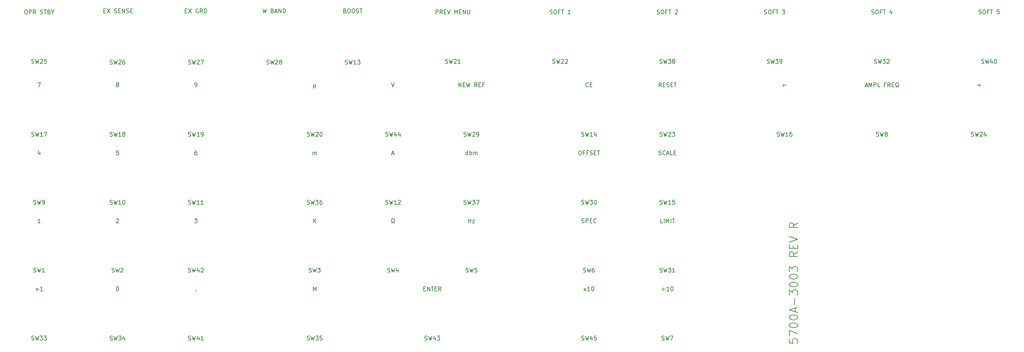
<source format=gbr>
G04 #@! TF.GenerationSoftware,KiCad,Pcbnew,(5.1.5)-3*
G04 #@! TF.CreationDate,2020-01-31T17:00:05+01:00*
G04 #@! TF.ProjectId,3003,33303033-2e6b-4696-9361-645f70636258,rev?*
G04 #@! TF.SameCoordinates,Original*
G04 #@! TF.FileFunction,Legend,Top*
G04 #@! TF.FilePolarity,Positive*
%FSLAX46Y46*%
G04 Gerber Fmt 4.6, Leading zero omitted, Abs format (unit mm)*
G04 Created by KiCad (PCBNEW (5.1.5)-3) date 2020-01-31 17:00:05*
%MOMM*%
%LPD*%
G04 APERTURE LIST*
%ADD10C,0.150000*%
G04 APERTURE END LIST*
D10*
X199564761Y-82151428D02*
X199564761Y-83103809D01*
X200517142Y-83199047D01*
X200421904Y-83103809D01*
X200326666Y-82913333D01*
X200326666Y-82437142D01*
X200421904Y-82246666D01*
X200517142Y-82151428D01*
X200707619Y-82056190D01*
X201183809Y-82056190D01*
X201374285Y-82151428D01*
X201469523Y-82246666D01*
X201564761Y-82437142D01*
X201564761Y-82913333D01*
X201469523Y-83103809D01*
X201374285Y-83199047D01*
X199564761Y-81389523D02*
X199564761Y-80056190D01*
X201564761Y-80913333D01*
X199564761Y-78913333D02*
X199564761Y-78722857D01*
X199660000Y-78532380D01*
X199755238Y-78437142D01*
X199945714Y-78341904D01*
X200326666Y-78246666D01*
X200802857Y-78246666D01*
X201183809Y-78341904D01*
X201374285Y-78437142D01*
X201469523Y-78532380D01*
X201564761Y-78722857D01*
X201564761Y-78913333D01*
X201469523Y-79103809D01*
X201374285Y-79199047D01*
X201183809Y-79294285D01*
X200802857Y-79389523D01*
X200326666Y-79389523D01*
X199945714Y-79294285D01*
X199755238Y-79199047D01*
X199660000Y-79103809D01*
X199564761Y-78913333D01*
X199564761Y-77008571D02*
X199564761Y-76818095D01*
X199660000Y-76627619D01*
X199755238Y-76532380D01*
X199945714Y-76437142D01*
X200326666Y-76341904D01*
X200802857Y-76341904D01*
X201183809Y-76437142D01*
X201374285Y-76532380D01*
X201469523Y-76627619D01*
X201564761Y-76818095D01*
X201564761Y-77008571D01*
X201469523Y-77199047D01*
X201374285Y-77294285D01*
X201183809Y-77389523D01*
X200802857Y-77484761D01*
X200326666Y-77484761D01*
X199945714Y-77389523D01*
X199755238Y-77294285D01*
X199660000Y-77199047D01*
X199564761Y-77008571D01*
X200993333Y-75580000D02*
X200993333Y-74627619D01*
X201564761Y-75770476D02*
X199564761Y-75103809D01*
X201564761Y-74437142D01*
X200802857Y-73770476D02*
X200802857Y-72246666D01*
X199564761Y-71484761D02*
X199564761Y-70246666D01*
X200326666Y-70913333D01*
X200326666Y-70627619D01*
X200421904Y-70437142D01*
X200517142Y-70341904D01*
X200707619Y-70246666D01*
X201183809Y-70246666D01*
X201374285Y-70341904D01*
X201469523Y-70437142D01*
X201564761Y-70627619D01*
X201564761Y-71199047D01*
X201469523Y-71389523D01*
X201374285Y-71484761D01*
X199564761Y-69008571D02*
X199564761Y-68818095D01*
X199660000Y-68627619D01*
X199755238Y-68532380D01*
X199945714Y-68437142D01*
X200326666Y-68341904D01*
X200802857Y-68341904D01*
X201183809Y-68437142D01*
X201374285Y-68532380D01*
X201469523Y-68627619D01*
X201564761Y-68818095D01*
X201564761Y-69008571D01*
X201469523Y-69199047D01*
X201374285Y-69294285D01*
X201183809Y-69389523D01*
X200802857Y-69484761D01*
X200326666Y-69484761D01*
X199945714Y-69389523D01*
X199755238Y-69294285D01*
X199660000Y-69199047D01*
X199564761Y-69008571D01*
X199564761Y-67103809D02*
X199564761Y-66913333D01*
X199660000Y-66722857D01*
X199755238Y-66627619D01*
X199945714Y-66532380D01*
X200326666Y-66437142D01*
X200802857Y-66437142D01*
X201183809Y-66532380D01*
X201374285Y-66627619D01*
X201469523Y-66722857D01*
X201564761Y-66913333D01*
X201564761Y-67103809D01*
X201469523Y-67294285D01*
X201374285Y-67389523D01*
X201183809Y-67484761D01*
X200802857Y-67580000D01*
X200326666Y-67580000D01*
X199945714Y-67484761D01*
X199755238Y-67389523D01*
X199660000Y-67294285D01*
X199564761Y-67103809D01*
X199564761Y-65770476D02*
X199564761Y-64532380D01*
X200326666Y-65199047D01*
X200326666Y-64913333D01*
X200421904Y-64722857D01*
X200517142Y-64627619D01*
X200707619Y-64532380D01*
X201183809Y-64532380D01*
X201374285Y-64627619D01*
X201469523Y-64722857D01*
X201564761Y-64913333D01*
X201564761Y-65484761D01*
X201469523Y-65675238D01*
X201374285Y-65770476D01*
X201564761Y-61008571D02*
X200612380Y-61675238D01*
X201564761Y-62151428D02*
X199564761Y-62151428D01*
X199564761Y-61389523D01*
X199660000Y-61199047D01*
X199755238Y-61103809D01*
X199945714Y-61008571D01*
X200231428Y-61008571D01*
X200421904Y-61103809D01*
X200517142Y-61199047D01*
X200612380Y-61389523D01*
X200612380Y-62151428D01*
X200517142Y-60151428D02*
X200517142Y-59484761D01*
X201564761Y-59199047D02*
X201564761Y-60151428D01*
X199564761Y-60151428D01*
X199564761Y-59199047D01*
X199564761Y-58627619D02*
X201564761Y-57960952D01*
X199564761Y-57294285D01*
X201564761Y-53960952D02*
X200612380Y-54627619D01*
X201564761Y-55103809D02*
X199564761Y-55103809D01*
X199564761Y-54341904D01*
X199660000Y-54151428D01*
X199755238Y-54056190D01*
X199945714Y-53960952D01*
X200231428Y-53960952D01*
X200421904Y-54056190D01*
X200517142Y-54151428D01*
X200612380Y-54341904D01*
X200612380Y-55103809D01*
X168666666Y-82404761D02*
X168809523Y-82452380D01*
X169047619Y-82452380D01*
X169142857Y-82404761D01*
X169190476Y-82357142D01*
X169238095Y-82261904D01*
X169238095Y-82166666D01*
X169190476Y-82071428D01*
X169142857Y-82023809D01*
X169047619Y-81976190D01*
X168857142Y-81928571D01*
X168761904Y-81880952D01*
X168714285Y-81833333D01*
X168666666Y-81738095D01*
X168666666Y-81642857D01*
X168714285Y-81547619D01*
X168761904Y-81500000D01*
X168857142Y-81452380D01*
X169095238Y-81452380D01*
X169238095Y-81500000D01*
X169571428Y-81452380D02*
X169809523Y-82452380D01*
X170000000Y-81738095D01*
X170190476Y-82452380D01*
X170428571Y-81452380D01*
X170714285Y-81452380D02*
X171380952Y-81452380D01*
X170952380Y-82452380D01*
X169428571Y-70071428D02*
X168666666Y-70071428D01*
X169047619Y-70309523D02*
X169095238Y-70357142D01*
X169047619Y-70404761D01*
X169000000Y-70357142D01*
X169047619Y-70309523D01*
X169047619Y-70404761D01*
X169047619Y-69738095D02*
X169095238Y-69785714D01*
X169047619Y-69833333D01*
X169000000Y-69785714D01*
X169047619Y-69738095D01*
X169047619Y-69833333D01*
X170428571Y-70452380D02*
X169857142Y-70452380D01*
X170142857Y-70452380D02*
X170142857Y-69452380D01*
X170047619Y-69595238D01*
X169952380Y-69690476D01*
X169857142Y-69738095D01*
X171047619Y-69452380D02*
X171142857Y-69452380D01*
X171238095Y-69500000D01*
X171285714Y-69547619D01*
X171333333Y-69642857D01*
X171380952Y-69833333D01*
X171380952Y-70071428D01*
X171333333Y-70261904D01*
X171285714Y-70357142D01*
X171238095Y-70404761D01*
X171142857Y-70452380D01*
X171047619Y-70452380D01*
X170952380Y-70404761D01*
X170904761Y-70357142D01*
X170857142Y-70261904D01*
X170809523Y-70071428D01*
X170809523Y-69833333D01*
X170857142Y-69642857D01*
X170904761Y-69547619D01*
X170952380Y-69500000D01*
X171047619Y-69452380D01*
X220666666Y-32904761D02*
X220809523Y-32952380D01*
X221047619Y-32952380D01*
X221142857Y-32904761D01*
X221190476Y-32857142D01*
X221238095Y-32761904D01*
X221238095Y-32666666D01*
X221190476Y-32571428D01*
X221142857Y-32523809D01*
X221047619Y-32476190D01*
X220857142Y-32428571D01*
X220761904Y-32380952D01*
X220714285Y-32333333D01*
X220666666Y-32238095D01*
X220666666Y-32142857D01*
X220714285Y-32047619D01*
X220761904Y-32000000D01*
X220857142Y-31952380D01*
X221095238Y-31952380D01*
X221238095Y-32000000D01*
X221571428Y-31952380D02*
X221809523Y-32952380D01*
X222000000Y-32238095D01*
X222190476Y-32952380D01*
X222428571Y-31952380D01*
X222952380Y-32380952D02*
X222857142Y-32333333D01*
X222809523Y-32285714D01*
X222761904Y-32190476D01*
X222761904Y-32142857D01*
X222809523Y-32047619D01*
X222857142Y-32000000D01*
X222952380Y-31952380D01*
X223142857Y-31952380D01*
X223238095Y-32000000D01*
X223285714Y-32047619D01*
X223333333Y-32142857D01*
X223333333Y-32190476D01*
X223285714Y-32285714D01*
X223238095Y-32333333D01*
X223142857Y-32380952D01*
X222952380Y-32380952D01*
X222857142Y-32428571D01*
X222809523Y-32476190D01*
X222761904Y-32571428D01*
X222761904Y-32761904D01*
X222809523Y-32857142D01*
X222857142Y-32904761D01*
X222952380Y-32952380D01*
X223142857Y-32952380D01*
X223238095Y-32904761D01*
X223285714Y-32857142D01*
X223333333Y-32761904D01*
X223333333Y-32571428D01*
X223285714Y-32476190D01*
X223238095Y-32428571D01*
X223142857Y-32380952D01*
X218000000Y-20666666D02*
X218476190Y-20666666D01*
X217904761Y-20952380D02*
X218238095Y-19952380D01*
X218571428Y-20952380D01*
X218904761Y-20952380D02*
X218904761Y-19952380D01*
X219238095Y-20666666D01*
X219571428Y-19952380D01*
X219571428Y-20952380D01*
X220047619Y-20952380D02*
X220047619Y-19952380D01*
X220428571Y-19952380D01*
X220523809Y-20000000D01*
X220571428Y-20047619D01*
X220619047Y-20142857D01*
X220619047Y-20285714D01*
X220571428Y-20380952D01*
X220523809Y-20428571D01*
X220428571Y-20476190D01*
X220047619Y-20476190D01*
X221523809Y-20952380D02*
X221047619Y-20952380D01*
X221047619Y-19952380D01*
X222952380Y-20428571D02*
X222619047Y-20428571D01*
X222619047Y-20952380D02*
X222619047Y-19952380D01*
X223095238Y-19952380D01*
X224047619Y-20952380D02*
X223714285Y-20476190D01*
X223476190Y-20952380D02*
X223476190Y-19952380D01*
X223857142Y-19952380D01*
X223952380Y-20000000D01*
X224000000Y-20047619D01*
X224047619Y-20142857D01*
X224047619Y-20285714D01*
X224000000Y-20380952D01*
X223952380Y-20428571D01*
X223857142Y-20476190D01*
X223476190Y-20476190D01*
X224476190Y-20428571D02*
X224809523Y-20428571D01*
X224952380Y-20952380D02*
X224476190Y-20952380D01*
X224476190Y-19952380D01*
X224952380Y-19952380D01*
X226047619Y-21047619D02*
X225952380Y-21000000D01*
X225857142Y-20904761D01*
X225714285Y-20761904D01*
X225619047Y-20714285D01*
X225523809Y-20714285D01*
X225571428Y-20952380D02*
X225476190Y-20904761D01*
X225380952Y-20809523D01*
X225333333Y-20619047D01*
X225333333Y-20285714D01*
X225380952Y-20095238D01*
X225476190Y-20000000D01*
X225571428Y-19952380D01*
X225761904Y-19952380D01*
X225857142Y-20000000D01*
X225952380Y-20095238D01*
X226000000Y-20285714D01*
X226000000Y-20619047D01*
X225952380Y-20809523D01*
X225857142Y-20904761D01*
X225761904Y-20952380D01*
X225571428Y-20952380D01*
X102166666Y-65904761D02*
X102309523Y-65952380D01*
X102547619Y-65952380D01*
X102642857Y-65904761D01*
X102690476Y-65857142D01*
X102738095Y-65761904D01*
X102738095Y-65666666D01*
X102690476Y-65571428D01*
X102642857Y-65523809D01*
X102547619Y-65476190D01*
X102357142Y-65428571D01*
X102261904Y-65380952D01*
X102214285Y-65333333D01*
X102166666Y-65238095D01*
X102166666Y-65142857D01*
X102214285Y-65047619D01*
X102261904Y-65000000D01*
X102357142Y-64952380D01*
X102595238Y-64952380D01*
X102738095Y-65000000D01*
X103071428Y-64952380D02*
X103309523Y-65952380D01*
X103500000Y-65238095D01*
X103690476Y-65952380D01*
X103928571Y-64952380D01*
X104738095Y-65285714D02*
X104738095Y-65952380D01*
X104500000Y-64904761D02*
X104261904Y-65619047D01*
X104880952Y-65619047D01*
X103119047Y-53952380D02*
X103357142Y-53952380D01*
X103357142Y-53761904D01*
X103261904Y-53714285D01*
X103166666Y-53619047D01*
X103119047Y-53476190D01*
X103119047Y-53238095D01*
X103166666Y-53095238D01*
X103261904Y-53000000D01*
X103404761Y-52952380D01*
X103595238Y-52952380D01*
X103738095Y-53000000D01*
X103833333Y-53095238D01*
X103880952Y-53238095D01*
X103880952Y-53476190D01*
X103833333Y-53619047D01*
X103738095Y-53714285D01*
X103642857Y-53761904D01*
X103642857Y-53952380D01*
X103880952Y-53952380D01*
X16366666Y-49404761D02*
X16509523Y-49452380D01*
X16747619Y-49452380D01*
X16842857Y-49404761D01*
X16890476Y-49357142D01*
X16938095Y-49261904D01*
X16938095Y-49166666D01*
X16890476Y-49071428D01*
X16842857Y-49023809D01*
X16747619Y-48976190D01*
X16557142Y-48928571D01*
X16461904Y-48880952D01*
X16414285Y-48833333D01*
X16366666Y-48738095D01*
X16366666Y-48642857D01*
X16414285Y-48547619D01*
X16461904Y-48500000D01*
X16557142Y-48452380D01*
X16795238Y-48452380D01*
X16938095Y-48500000D01*
X17271428Y-48452380D02*
X17509523Y-49452380D01*
X17700000Y-48738095D01*
X17890476Y-49452380D01*
X18128571Y-48452380D01*
X18557142Y-49452380D02*
X18747619Y-49452380D01*
X18842857Y-49404761D01*
X18890476Y-49357142D01*
X18985714Y-49214285D01*
X19033333Y-49023809D01*
X19033333Y-48642857D01*
X18985714Y-48547619D01*
X18938095Y-48500000D01*
X18842857Y-48452380D01*
X18652380Y-48452380D01*
X18557142Y-48500000D01*
X18509523Y-48547619D01*
X18461904Y-48642857D01*
X18461904Y-48880952D01*
X18509523Y-48976190D01*
X18557142Y-49023809D01*
X18652380Y-49071428D01*
X18842857Y-49071428D01*
X18938095Y-49023809D01*
X18985714Y-48976190D01*
X19033333Y-48880952D01*
X17890476Y-36785714D02*
X17890476Y-37452380D01*
X17652380Y-36404761D02*
X17414285Y-37119047D01*
X18033333Y-37119047D01*
X101690476Y-49404761D02*
X101833333Y-49452380D01*
X102071428Y-49452380D01*
X102166666Y-49404761D01*
X102214285Y-49357142D01*
X102261904Y-49261904D01*
X102261904Y-49166666D01*
X102214285Y-49071428D01*
X102166666Y-49023809D01*
X102071428Y-48976190D01*
X101880952Y-48928571D01*
X101785714Y-48880952D01*
X101738095Y-48833333D01*
X101690476Y-48738095D01*
X101690476Y-48642857D01*
X101738095Y-48547619D01*
X101785714Y-48500000D01*
X101880952Y-48452380D01*
X102119047Y-48452380D01*
X102261904Y-48500000D01*
X102595238Y-48452380D02*
X102833333Y-49452380D01*
X103023809Y-48738095D01*
X103214285Y-49452380D01*
X103452380Y-48452380D01*
X104357142Y-49452380D02*
X103785714Y-49452380D01*
X104071428Y-49452380D02*
X104071428Y-48452380D01*
X103976190Y-48595238D01*
X103880952Y-48690476D01*
X103785714Y-48738095D01*
X104738095Y-48547619D02*
X104785714Y-48500000D01*
X104880952Y-48452380D01*
X105119047Y-48452380D01*
X105214285Y-48500000D01*
X105261904Y-48547619D01*
X105309523Y-48642857D01*
X105309523Y-48738095D01*
X105261904Y-48880952D01*
X104690476Y-49452380D01*
X105309523Y-49452380D01*
X103261904Y-37166666D02*
X103738095Y-37166666D01*
X103166666Y-37452380D02*
X103500000Y-36452380D01*
X103833333Y-37452380D01*
X34890476Y-49404761D02*
X35033333Y-49452380D01*
X35271428Y-49452380D01*
X35366666Y-49404761D01*
X35414285Y-49357142D01*
X35461904Y-49261904D01*
X35461904Y-49166666D01*
X35414285Y-49071428D01*
X35366666Y-49023809D01*
X35271428Y-48976190D01*
X35080952Y-48928571D01*
X34985714Y-48880952D01*
X34938095Y-48833333D01*
X34890476Y-48738095D01*
X34890476Y-48642857D01*
X34938095Y-48547619D01*
X34985714Y-48500000D01*
X35080952Y-48452380D01*
X35319047Y-48452380D01*
X35461904Y-48500000D01*
X35795238Y-48452380D02*
X36033333Y-49452380D01*
X36223809Y-48738095D01*
X36414285Y-49452380D01*
X36652380Y-48452380D01*
X37557142Y-49452380D02*
X36985714Y-49452380D01*
X37271428Y-49452380D02*
X37271428Y-48452380D01*
X37176190Y-48595238D01*
X37080952Y-48690476D01*
X36985714Y-48738095D01*
X38176190Y-48452380D02*
X38271428Y-48452380D01*
X38366666Y-48500000D01*
X38414285Y-48547619D01*
X38461904Y-48642857D01*
X38509523Y-48833333D01*
X38509523Y-49071428D01*
X38461904Y-49261904D01*
X38414285Y-49357142D01*
X38366666Y-49404761D01*
X38271428Y-49452380D01*
X38176190Y-49452380D01*
X38080952Y-49404761D01*
X38033333Y-49357142D01*
X37985714Y-49261904D01*
X37938095Y-49071428D01*
X37938095Y-48833333D01*
X37985714Y-48642857D01*
X38033333Y-48547619D01*
X38080952Y-48500000D01*
X38176190Y-48452380D01*
X36938095Y-36452380D02*
X36461904Y-36452380D01*
X36414285Y-36928571D01*
X36461904Y-36880952D01*
X36557142Y-36833333D01*
X36795238Y-36833333D01*
X36890476Y-36880952D01*
X36938095Y-36928571D01*
X36985714Y-37023809D01*
X36985714Y-37261904D01*
X36938095Y-37357142D01*
X36890476Y-37404761D01*
X36795238Y-37452380D01*
X36557142Y-37452380D01*
X36461904Y-37404761D01*
X36414285Y-37357142D01*
X149666666Y-65904761D02*
X149809523Y-65952380D01*
X150047619Y-65952380D01*
X150142857Y-65904761D01*
X150190476Y-65857142D01*
X150238095Y-65761904D01*
X150238095Y-65666666D01*
X150190476Y-65571428D01*
X150142857Y-65523809D01*
X150047619Y-65476190D01*
X149857142Y-65428571D01*
X149761904Y-65380952D01*
X149714285Y-65333333D01*
X149666666Y-65238095D01*
X149666666Y-65142857D01*
X149714285Y-65047619D01*
X149761904Y-65000000D01*
X149857142Y-64952380D01*
X150095238Y-64952380D01*
X150238095Y-65000000D01*
X150571428Y-64952380D02*
X150809523Y-65952380D01*
X151000000Y-65238095D01*
X151190476Y-65952380D01*
X151428571Y-64952380D01*
X152238095Y-64952380D02*
X152047619Y-64952380D01*
X151952380Y-65000000D01*
X151904761Y-65047619D01*
X151809523Y-65190476D01*
X151761904Y-65380952D01*
X151761904Y-65761904D01*
X151809523Y-65857142D01*
X151857142Y-65904761D01*
X151952380Y-65952380D01*
X152142857Y-65952380D01*
X152238095Y-65904761D01*
X152285714Y-65857142D01*
X152333333Y-65761904D01*
X152333333Y-65523809D01*
X152285714Y-65428571D01*
X152238095Y-65380952D01*
X152142857Y-65333333D01*
X151952380Y-65333333D01*
X151857142Y-65380952D01*
X151809523Y-65428571D01*
X151761904Y-65523809D01*
X149261904Y-53904761D02*
X149404761Y-53952380D01*
X149642857Y-53952380D01*
X149738095Y-53904761D01*
X149785714Y-53857142D01*
X149833333Y-53761904D01*
X149833333Y-53666666D01*
X149785714Y-53571428D01*
X149738095Y-53523809D01*
X149642857Y-53476190D01*
X149452380Y-53428571D01*
X149357142Y-53380952D01*
X149309523Y-53333333D01*
X149261904Y-53238095D01*
X149261904Y-53142857D01*
X149309523Y-53047619D01*
X149357142Y-53000000D01*
X149452380Y-52952380D01*
X149690476Y-52952380D01*
X149833333Y-53000000D01*
X150261904Y-53952380D02*
X150261904Y-52952380D01*
X150642857Y-52952380D01*
X150738095Y-53000000D01*
X150785714Y-53047619D01*
X150833333Y-53142857D01*
X150833333Y-53285714D01*
X150785714Y-53380952D01*
X150738095Y-53428571D01*
X150642857Y-53476190D01*
X150261904Y-53476190D01*
X151261904Y-53428571D02*
X151595238Y-53428571D01*
X151738095Y-53952380D02*
X151261904Y-53952380D01*
X151261904Y-52952380D01*
X151738095Y-52952380D01*
X152738095Y-53857142D02*
X152690476Y-53904761D01*
X152547619Y-53952380D01*
X152452380Y-53952380D01*
X152309523Y-53904761D01*
X152214285Y-53809523D01*
X152166666Y-53714285D01*
X152119047Y-53523809D01*
X152119047Y-53380952D01*
X152166666Y-53190476D01*
X152214285Y-53095238D01*
X152309523Y-53000000D01*
X152452380Y-52952380D01*
X152547619Y-52952380D01*
X152690476Y-53000000D01*
X152738095Y-53047619D01*
X53890476Y-49404761D02*
X54033333Y-49452380D01*
X54271428Y-49452380D01*
X54366666Y-49404761D01*
X54414285Y-49357142D01*
X54461904Y-49261904D01*
X54461904Y-49166666D01*
X54414285Y-49071428D01*
X54366666Y-49023809D01*
X54271428Y-48976190D01*
X54080952Y-48928571D01*
X53985714Y-48880952D01*
X53938095Y-48833333D01*
X53890476Y-48738095D01*
X53890476Y-48642857D01*
X53938095Y-48547619D01*
X53985714Y-48500000D01*
X54080952Y-48452380D01*
X54319047Y-48452380D01*
X54461904Y-48500000D01*
X54795238Y-48452380D02*
X55033333Y-49452380D01*
X55223809Y-48738095D01*
X55414285Y-49452380D01*
X55652380Y-48452380D01*
X56557142Y-49452380D02*
X55985714Y-49452380D01*
X56271428Y-49452380D02*
X56271428Y-48452380D01*
X56176190Y-48595238D01*
X56080952Y-48690476D01*
X55985714Y-48738095D01*
X57509523Y-49452380D02*
X56938095Y-49452380D01*
X57223809Y-49452380D02*
X57223809Y-48452380D01*
X57128571Y-48595238D01*
X57033333Y-48690476D01*
X56938095Y-48738095D01*
X55890476Y-36452380D02*
X55700000Y-36452380D01*
X55604761Y-36500000D01*
X55557142Y-36547619D01*
X55461904Y-36690476D01*
X55414285Y-36880952D01*
X55414285Y-37261904D01*
X55461904Y-37357142D01*
X55509523Y-37404761D01*
X55604761Y-37452380D01*
X55795238Y-37452380D01*
X55890476Y-37404761D01*
X55938095Y-37357142D01*
X55985714Y-37261904D01*
X55985714Y-37023809D01*
X55938095Y-36928571D01*
X55890476Y-36880952D01*
X55795238Y-36833333D01*
X55604761Y-36833333D01*
X55509523Y-36880952D01*
X55461904Y-36928571D01*
X55414285Y-37023809D01*
X121166666Y-65904761D02*
X121309523Y-65952380D01*
X121547619Y-65952380D01*
X121642857Y-65904761D01*
X121690476Y-65857142D01*
X121738095Y-65761904D01*
X121738095Y-65666666D01*
X121690476Y-65571428D01*
X121642857Y-65523809D01*
X121547619Y-65476190D01*
X121357142Y-65428571D01*
X121261904Y-65380952D01*
X121214285Y-65333333D01*
X121166666Y-65238095D01*
X121166666Y-65142857D01*
X121214285Y-65047619D01*
X121261904Y-65000000D01*
X121357142Y-64952380D01*
X121595238Y-64952380D01*
X121738095Y-65000000D01*
X122071428Y-64952380D02*
X122309523Y-65952380D01*
X122500000Y-65238095D01*
X122690476Y-65952380D01*
X122928571Y-64952380D01*
X123785714Y-64952380D02*
X123309523Y-64952380D01*
X123261904Y-65428571D01*
X123309523Y-65380952D01*
X123404761Y-65333333D01*
X123642857Y-65333333D01*
X123738095Y-65380952D01*
X123785714Y-65428571D01*
X123833333Y-65523809D01*
X123833333Y-65761904D01*
X123785714Y-65857142D01*
X123738095Y-65904761D01*
X123642857Y-65952380D01*
X123404761Y-65952380D01*
X123309523Y-65904761D01*
X123261904Y-65857142D01*
X121809523Y-53952380D02*
X121809523Y-52952380D01*
X121809523Y-53428571D02*
X122380952Y-53428571D01*
X122380952Y-53952380D02*
X122380952Y-52952380D01*
X122761904Y-53285714D02*
X123285714Y-53285714D01*
X122761904Y-53952380D01*
X123285714Y-53952380D01*
X15890476Y-32904761D02*
X16033333Y-32952380D01*
X16271428Y-32952380D01*
X16366666Y-32904761D01*
X16414285Y-32857142D01*
X16461904Y-32761904D01*
X16461904Y-32666666D01*
X16414285Y-32571428D01*
X16366666Y-32523809D01*
X16271428Y-32476190D01*
X16080952Y-32428571D01*
X15985714Y-32380952D01*
X15938095Y-32333333D01*
X15890476Y-32238095D01*
X15890476Y-32142857D01*
X15938095Y-32047619D01*
X15985714Y-32000000D01*
X16080952Y-31952380D01*
X16319047Y-31952380D01*
X16461904Y-32000000D01*
X16795238Y-31952380D02*
X17033333Y-32952380D01*
X17223809Y-32238095D01*
X17414285Y-32952380D01*
X17652380Y-31952380D01*
X18557142Y-32952380D02*
X17985714Y-32952380D01*
X18271428Y-32952380D02*
X18271428Y-31952380D01*
X18176190Y-32095238D01*
X18080952Y-32190476D01*
X17985714Y-32238095D01*
X18890476Y-31952380D02*
X19557142Y-31952380D01*
X19128571Y-32952380D01*
X17366666Y-19952380D02*
X18033333Y-19952380D01*
X17604761Y-20952380D01*
X91890476Y-15404761D02*
X92033333Y-15452380D01*
X92271428Y-15452380D01*
X92366666Y-15404761D01*
X92414285Y-15357142D01*
X92461904Y-15261904D01*
X92461904Y-15166666D01*
X92414285Y-15071428D01*
X92366666Y-15023809D01*
X92271428Y-14976190D01*
X92080952Y-14928571D01*
X91985714Y-14880952D01*
X91938095Y-14833333D01*
X91890476Y-14738095D01*
X91890476Y-14642857D01*
X91938095Y-14547619D01*
X91985714Y-14500000D01*
X92080952Y-14452380D01*
X92319047Y-14452380D01*
X92461904Y-14500000D01*
X92795238Y-14452380D02*
X93033333Y-15452380D01*
X93223809Y-14738095D01*
X93414285Y-15452380D01*
X93652380Y-14452380D01*
X94557142Y-15452380D02*
X93985714Y-15452380D01*
X94271428Y-15452380D02*
X94271428Y-14452380D01*
X94176190Y-14595238D01*
X94080952Y-14690476D01*
X93985714Y-14738095D01*
X94890476Y-14452380D02*
X95509523Y-14452380D01*
X95176190Y-14833333D01*
X95319047Y-14833333D01*
X95414285Y-14880952D01*
X95461904Y-14928571D01*
X95509523Y-15023809D01*
X95509523Y-15261904D01*
X95461904Y-15357142D01*
X95414285Y-15404761D01*
X95319047Y-15452380D01*
X95033333Y-15452380D01*
X94938095Y-15404761D01*
X94890476Y-15357142D01*
X91866666Y-2468571D02*
X92009523Y-2516190D01*
X92057142Y-2563809D01*
X92104761Y-2659047D01*
X92104761Y-2801904D01*
X92057142Y-2897142D01*
X92009523Y-2944761D01*
X91914285Y-2992380D01*
X91533333Y-2992380D01*
X91533333Y-1992380D01*
X91866666Y-1992380D01*
X91961904Y-2040000D01*
X92009523Y-2087619D01*
X92057142Y-2182857D01*
X92057142Y-2278095D01*
X92009523Y-2373333D01*
X91961904Y-2420952D01*
X91866666Y-2468571D01*
X91533333Y-2468571D01*
X92723809Y-1992380D02*
X92914285Y-1992380D01*
X93009523Y-2040000D01*
X93104761Y-2135238D01*
X93152380Y-2325714D01*
X93152380Y-2659047D01*
X93104761Y-2849523D01*
X93009523Y-2944761D01*
X92914285Y-2992380D01*
X92723809Y-2992380D01*
X92628571Y-2944761D01*
X92533333Y-2849523D01*
X92485714Y-2659047D01*
X92485714Y-2325714D01*
X92533333Y-2135238D01*
X92628571Y-2040000D01*
X92723809Y-1992380D01*
X93771428Y-1992380D02*
X93961904Y-1992380D01*
X94057142Y-2040000D01*
X94152380Y-2135238D01*
X94200000Y-2325714D01*
X94200000Y-2659047D01*
X94152380Y-2849523D01*
X94057142Y-2944761D01*
X93961904Y-2992380D01*
X93771428Y-2992380D01*
X93676190Y-2944761D01*
X93580952Y-2849523D01*
X93533333Y-2659047D01*
X93533333Y-2325714D01*
X93580952Y-2135238D01*
X93676190Y-2040000D01*
X93771428Y-1992380D01*
X94580952Y-2944761D02*
X94723809Y-2992380D01*
X94961904Y-2992380D01*
X95057142Y-2944761D01*
X95104761Y-2897142D01*
X95152380Y-2801904D01*
X95152380Y-2706666D01*
X95104761Y-2611428D01*
X95057142Y-2563809D01*
X94961904Y-2516190D01*
X94771428Y-2468571D01*
X94676190Y-2420952D01*
X94628571Y-2373333D01*
X94580952Y-2278095D01*
X94580952Y-2182857D01*
X94628571Y-2087619D01*
X94676190Y-2040000D01*
X94771428Y-1992380D01*
X95009523Y-1992380D01*
X95152380Y-2040000D01*
X95438095Y-1992380D02*
X96009523Y-1992380D01*
X95723809Y-2992380D02*
X95723809Y-1992380D01*
X149190476Y-32904761D02*
X149333333Y-32952380D01*
X149571428Y-32952380D01*
X149666666Y-32904761D01*
X149714285Y-32857142D01*
X149761904Y-32761904D01*
X149761904Y-32666666D01*
X149714285Y-32571428D01*
X149666666Y-32523809D01*
X149571428Y-32476190D01*
X149380952Y-32428571D01*
X149285714Y-32380952D01*
X149238095Y-32333333D01*
X149190476Y-32238095D01*
X149190476Y-32142857D01*
X149238095Y-32047619D01*
X149285714Y-32000000D01*
X149380952Y-31952380D01*
X149619047Y-31952380D01*
X149761904Y-32000000D01*
X150095238Y-31952380D02*
X150333333Y-32952380D01*
X150523809Y-32238095D01*
X150714285Y-32952380D01*
X150952380Y-31952380D01*
X151857142Y-32952380D02*
X151285714Y-32952380D01*
X151571428Y-32952380D02*
X151571428Y-31952380D01*
X151476190Y-32095238D01*
X151380952Y-32190476D01*
X151285714Y-32238095D01*
X152714285Y-32285714D02*
X152714285Y-32952380D01*
X152476190Y-31904761D02*
X152238095Y-32619047D01*
X152857142Y-32619047D01*
X150857142Y-20857142D02*
X150809523Y-20904761D01*
X150666666Y-20952380D01*
X150571428Y-20952380D01*
X150428571Y-20904761D01*
X150333333Y-20809523D01*
X150285714Y-20714285D01*
X150238095Y-20523809D01*
X150238095Y-20380952D01*
X150285714Y-20190476D01*
X150333333Y-20095238D01*
X150428571Y-20000000D01*
X150571428Y-19952380D01*
X150666666Y-19952380D01*
X150809523Y-20000000D01*
X150857142Y-20047619D01*
X151285714Y-20428571D02*
X151619047Y-20428571D01*
X151761904Y-20952380D02*
X151285714Y-20952380D01*
X151285714Y-19952380D01*
X151761904Y-19952380D01*
X34890476Y-32904761D02*
X35033333Y-32952380D01*
X35271428Y-32952380D01*
X35366666Y-32904761D01*
X35414285Y-32857142D01*
X35461904Y-32761904D01*
X35461904Y-32666666D01*
X35414285Y-32571428D01*
X35366666Y-32523809D01*
X35271428Y-32476190D01*
X35080952Y-32428571D01*
X34985714Y-32380952D01*
X34938095Y-32333333D01*
X34890476Y-32238095D01*
X34890476Y-32142857D01*
X34938095Y-32047619D01*
X34985714Y-32000000D01*
X35080952Y-31952380D01*
X35319047Y-31952380D01*
X35461904Y-32000000D01*
X35795238Y-31952380D02*
X36033333Y-32952380D01*
X36223809Y-32238095D01*
X36414285Y-32952380D01*
X36652380Y-31952380D01*
X37557142Y-32952380D02*
X36985714Y-32952380D01*
X37271428Y-32952380D02*
X37271428Y-31952380D01*
X37176190Y-32095238D01*
X37080952Y-32190476D01*
X36985714Y-32238095D01*
X38128571Y-32380952D02*
X38033333Y-32333333D01*
X37985714Y-32285714D01*
X37938095Y-32190476D01*
X37938095Y-32142857D01*
X37985714Y-32047619D01*
X38033333Y-32000000D01*
X38128571Y-31952380D01*
X38319047Y-31952380D01*
X38414285Y-32000000D01*
X38461904Y-32047619D01*
X38509523Y-32142857D01*
X38509523Y-32190476D01*
X38461904Y-32285714D01*
X38414285Y-32333333D01*
X38319047Y-32380952D01*
X38128571Y-32380952D01*
X38033333Y-32428571D01*
X37985714Y-32476190D01*
X37938095Y-32571428D01*
X37938095Y-32761904D01*
X37985714Y-32857142D01*
X38033333Y-32904761D01*
X38128571Y-32952380D01*
X38319047Y-32952380D01*
X38414285Y-32904761D01*
X38461904Y-32857142D01*
X38509523Y-32761904D01*
X38509523Y-32571428D01*
X38461904Y-32476190D01*
X38414285Y-32428571D01*
X38319047Y-32380952D01*
X36604761Y-20380952D02*
X36509523Y-20333333D01*
X36461904Y-20285714D01*
X36414285Y-20190476D01*
X36414285Y-20142857D01*
X36461904Y-20047619D01*
X36509523Y-20000000D01*
X36604761Y-19952380D01*
X36795238Y-19952380D01*
X36890476Y-20000000D01*
X36938095Y-20047619D01*
X36985714Y-20142857D01*
X36985714Y-20190476D01*
X36938095Y-20285714D01*
X36890476Y-20333333D01*
X36795238Y-20380952D01*
X36604761Y-20380952D01*
X36509523Y-20428571D01*
X36461904Y-20476190D01*
X36414285Y-20571428D01*
X36414285Y-20761904D01*
X36461904Y-20857142D01*
X36509523Y-20904761D01*
X36604761Y-20952380D01*
X36795238Y-20952380D01*
X36890476Y-20904761D01*
X36938095Y-20857142D01*
X36985714Y-20761904D01*
X36985714Y-20571428D01*
X36938095Y-20476190D01*
X36890476Y-20428571D01*
X36795238Y-20380952D01*
X53890476Y-32904761D02*
X54033333Y-32952380D01*
X54271428Y-32952380D01*
X54366666Y-32904761D01*
X54414285Y-32857142D01*
X54461904Y-32761904D01*
X54461904Y-32666666D01*
X54414285Y-32571428D01*
X54366666Y-32523809D01*
X54271428Y-32476190D01*
X54080952Y-32428571D01*
X53985714Y-32380952D01*
X53938095Y-32333333D01*
X53890476Y-32238095D01*
X53890476Y-32142857D01*
X53938095Y-32047619D01*
X53985714Y-32000000D01*
X54080952Y-31952380D01*
X54319047Y-31952380D01*
X54461904Y-32000000D01*
X54795238Y-31952380D02*
X55033333Y-32952380D01*
X55223809Y-32238095D01*
X55414285Y-32952380D01*
X55652380Y-31952380D01*
X56557142Y-32952380D02*
X55985714Y-32952380D01*
X56271428Y-32952380D02*
X56271428Y-31952380D01*
X56176190Y-32095238D01*
X56080952Y-32190476D01*
X55985714Y-32238095D01*
X57033333Y-32952380D02*
X57223809Y-32952380D01*
X57319047Y-32904761D01*
X57366666Y-32857142D01*
X57461904Y-32714285D01*
X57509523Y-32523809D01*
X57509523Y-32142857D01*
X57461904Y-32047619D01*
X57414285Y-32000000D01*
X57319047Y-31952380D01*
X57128571Y-31952380D01*
X57033333Y-32000000D01*
X56985714Y-32047619D01*
X56938095Y-32142857D01*
X56938095Y-32380952D01*
X56985714Y-32476190D01*
X57033333Y-32523809D01*
X57128571Y-32571428D01*
X57319047Y-32571428D01*
X57414285Y-32523809D01*
X57461904Y-32476190D01*
X57509523Y-32380952D01*
X55509523Y-20952380D02*
X55700000Y-20952380D01*
X55795238Y-20904761D01*
X55842857Y-20857142D01*
X55938095Y-20714285D01*
X55985714Y-20523809D01*
X55985714Y-20142857D01*
X55938095Y-20047619D01*
X55890476Y-20000000D01*
X55795238Y-19952380D01*
X55604761Y-19952380D01*
X55509523Y-20000000D01*
X55461904Y-20047619D01*
X55414285Y-20142857D01*
X55414285Y-20380952D01*
X55461904Y-20476190D01*
X55509523Y-20523809D01*
X55604761Y-20571428D01*
X55795238Y-20571428D01*
X55890476Y-20523809D01*
X55938095Y-20476190D01*
X55985714Y-20380952D01*
X82690476Y-32904761D02*
X82833333Y-32952380D01*
X83071428Y-32952380D01*
X83166666Y-32904761D01*
X83214285Y-32857142D01*
X83261904Y-32761904D01*
X83261904Y-32666666D01*
X83214285Y-32571428D01*
X83166666Y-32523809D01*
X83071428Y-32476190D01*
X82880952Y-32428571D01*
X82785714Y-32380952D01*
X82738095Y-32333333D01*
X82690476Y-32238095D01*
X82690476Y-32142857D01*
X82738095Y-32047619D01*
X82785714Y-32000000D01*
X82880952Y-31952380D01*
X83119047Y-31952380D01*
X83261904Y-32000000D01*
X83595238Y-31952380D02*
X83833333Y-32952380D01*
X84023809Y-32238095D01*
X84214285Y-32952380D01*
X84452380Y-31952380D01*
X84785714Y-32047619D02*
X84833333Y-32000000D01*
X84928571Y-31952380D01*
X85166666Y-31952380D01*
X85261904Y-32000000D01*
X85309523Y-32047619D01*
X85357142Y-32142857D01*
X85357142Y-32238095D01*
X85309523Y-32380952D01*
X84738095Y-32952380D01*
X85357142Y-32952380D01*
X85976190Y-31952380D02*
X86071428Y-31952380D01*
X86166666Y-32000000D01*
X86214285Y-32047619D01*
X86261904Y-32142857D01*
X86309523Y-32333333D01*
X86309523Y-32571428D01*
X86261904Y-32761904D01*
X86214285Y-32857142D01*
X86166666Y-32904761D01*
X86071428Y-32952380D01*
X85976190Y-32952380D01*
X85880952Y-32904761D01*
X85833333Y-32857142D01*
X85785714Y-32761904D01*
X85738095Y-32571428D01*
X85738095Y-32333333D01*
X85785714Y-32142857D01*
X85833333Y-32047619D01*
X85880952Y-32000000D01*
X85976190Y-31952380D01*
X84214285Y-20285714D02*
X84214285Y-21285714D01*
X84690476Y-20809523D02*
X84738095Y-20904761D01*
X84833333Y-20952380D01*
X84214285Y-20809523D02*
X84261904Y-20904761D01*
X84357142Y-20952380D01*
X84547619Y-20952380D01*
X84642857Y-20904761D01*
X84690476Y-20809523D01*
X84690476Y-20285714D01*
X196590476Y-32904761D02*
X196733333Y-32952380D01*
X196971428Y-32952380D01*
X197066666Y-32904761D01*
X197114285Y-32857142D01*
X197161904Y-32761904D01*
X197161904Y-32666666D01*
X197114285Y-32571428D01*
X197066666Y-32523809D01*
X196971428Y-32476190D01*
X196780952Y-32428571D01*
X196685714Y-32380952D01*
X196638095Y-32333333D01*
X196590476Y-32238095D01*
X196590476Y-32142857D01*
X196638095Y-32047619D01*
X196685714Y-32000000D01*
X196780952Y-31952380D01*
X197019047Y-31952380D01*
X197161904Y-32000000D01*
X197495238Y-31952380D02*
X197733333Y-32952380D01*
X197923809Y-32238095D01*
X198114285Y-32952380D01*
X198352380Y-31952380D01*
X199257142Y-32952380D02*
X198685714Y-32952380D01*
X198971428Y-32952380D02*
X198971428Y-31952380D01*
X198876190Y-32095238D01*
X198780952Y-32190476D01*
X198685714Y-32238095D01*
X200114285Y-31952380D02*
X199923809Y-31952380D01*
X199828571Y-32000000D01*
X199780952Y-32047619D01*
X199685714Y-32190476D01*
X199638095Y-32380952D01*
X199638095Y-32761904D01*
X199685714Y-32857142D01*
X199733333Y-32904761D01*
X199828571Y-32952380D01*
X200019047Y-32952380D01*
X200114285Y-32904761D01*
X200161904Y-32857142D01*
X200209523Y-32761904D01*
X200209523Y-32523809D01*
X200161904Y-32428571D01*
X200114285Y-32380952D01*
X200019047Y-32333333D01*
X199828571Y-32333333D01*
X199733333Y-32380952D01*
X199685714Y-32428571D01*
X199638095Y-32523809D01*
X198780952Y-20571428D02*
X198019047Y-20571428D01*
X198209523Y-20761904D02*
X198019047Y-20571428D01*
X198209523Y-20380952D01*
X168190476Y-49404761D02*
X168333333Y-49452380D01*
X168571428Y-49452380D01*
X168666666Y-49404761D01*
X168714285Y-49357142D01*
X168761904Y-49261904D01*
X168761904Y-49166666D01*
X168714285Y-49071428D01*
X168666666Y-49023809D01*
X168571428Y-48976190D01*
X168380952Y-48928571D01*
X168285714Y-48880952D01*
X168238095Y-48833333D01*
X168190476Y-48738095D01*
X168190476Y-48642857D01*
X168238095Y-48547619D01*
X168285714Y-48500000D01*
X168380952Y-48452380D01*
X168619047Y-48452380D01*
X168761904Y-48500000D01*
X169095238Y-48452380D02*
X169333333Y-49452380D01*
X169523809Y-48738095D01*
X169714285Y-49452380D01*
X169952380Y-48452380D01*
X170857142Y-49452380D02*
X170285714Y-49452380D01*
X170571428Y-49452380D02*
X170571428Y-48452380D01*
X170476190Y-48595238D01*
X170380952Y-48690476D01*
X170285714Y-48738095D01*
X171761904Y-48452380D02*
X171285714Y-48452380D01*
X171238095Y-48928571D01*
X171285714Y-48880952D01*
X171380952Y-48833333D01*
X171619047Y-48833333D01*
X171714285Y-48880952D01*
X171761904Y-48928571D01*
X171809523Y-49023809D01*
X171809523Y-49261904D01*
X171761904Y-49357142D01*
X171714285Y-49404761D01*
X171619047Y-49452380D01*
X171380952Y-49452380D01*
X171285714Y-49404761D01*
X171238095Y-49357142D01*
X167928571Y-37404761D02*
X168071428Y-37452380D01*
X168309523Y-37452380D01*
X168404761Y-37404761D01*
X168452380Y-37357142D01*
X168500000Y-37261904D01*
X168500000Y-37166666D01*
X168452380Y-37071428D01*
X168404761Y-37023809D01*
X168309523Y-36976190D01*
X168119047Y-36928571D01*
X168023809Y-36880952D01*
X167976190Y-36833333D01*
X167928571Y-36738095D01*
X167928571Y-36642857D01*
X167976190Y-36547619D01*
X168023809Y-36500000D01*
X168119047Y-36452380D01*
X168357142Y-36452380D01*
X168500000Y-36500000D01*
X169500000Y-37357142D02*
X169452380Y-37404761D01*
X169309523Y-37452380D01*
X169214285Y-37452380D01*
X169071428Y-37404761D01*
X168976190Y-37309523D01*
X168928571Y-37214285D01*
X168880952Y-37023809D01*
X168880952Y-36880952D01*
X168928571Y-36690476D01*
X168976190Y-36595238D01*
X169071428Y-36500000D01*
X169214285Y-36452380D01*
X169309523Y-36452380D01*
X169452380Y-36500000D01*
X169500000Y-36547619D01*
X169880952Y-37166666D02*
X170357142Y-37166666D01*
X169785714Y-37452380D02*
X170119047Y-36452380D01*
X170452380Y-37452380D01*
X171261904Y-37452380D02*
X170785714Y-37452380D01*
X170785714Y-36452380D01*
X171595238Y-36928571D02*
X171928571Y-36928571D01*
X172071428Y-37452380D02*
X171595238Y-37452380D01*
X171595238Y-36452380D01*
X172071428Y-36452380D01*
X116190476Y-15204761D02*
X116333333Y-15252380D01*
X116571428Y-15252380D01*
X116666666Y-15204761D01*
X116714285Y-15157142D01*
X116761904Y-15061904D01*
X116761904Y-14966666D01*
X116714285Y-14871428D01*
X116666666Y-14823809D01*
X116571428Y-14776190D01*
X116380952Y-14728571D01*
X116285714Y-14680952D01*
X116238095Y-14633333D01*
X116190476Y-14538095D01*
X116190476Y-14442857D01*
X116238095Y-14347619D01*
X116285714Y-14300000D01*
X116380952Y-14252380D01*
X116619047Y-14252380D01*
X116761904Y-14300000D01*
X117095238Y-14252380D02*
X117333333Y-15252380D01*
X117523809Y-14538095D01*
X117714285Y-15252380D01*
X117952380Y-14252380D01*
X118285714Y-14347619D02*
X118333333Y-14300000D01*
X118428571Y-14252380D01*
X118666666Y-14252380D01*
X118761904Y-14300000D01*
X118809523Y-14347619D01*
X118857142Y-14442857D01*
X118857142Y-14538095D01*
X118809523Y-14680952D01*
X118238095Y-15252380D01*
X118857142Y-15252380D01*
X119809523Y-15252380D02*
X119238095Y-15252380D01*
X119523809Y-15252380D02*
X119523809Y-14252380D01*
X119428571Y-14395238D01*
X119333333Y-14490476D01*
X119238095Y-14538095D01*
X113904761Y-3252380D02*
X113904761Y-2252380D01*
X114285714Y-2252380D01*
X114380952Y-2300000D01*
X114428571Y-2347619D01*
X114476190Y-2442857D01*
X114476190Y-2585714D01*
X114428571Y-2680952D01*
X114380952Y-2728571D01*
X114285714Y-2776190D01*
X113904761Y-2776190D01*
X115476190Y-3252380D02*
X115142857Y-2776190D01*
X114904761Y-3252380D02*
X114904761Y-2252380D01*
X115285714Y-2252380D01*
X115380952Y-2300000D01*
X115428571Y-2347619D01*
X115476190Y-2442857D01*
X115476190Y-2585714D01*
X115428571Y-2680952D01*
X115380952Y-2728571D01*
X115285714Y-2776190D01*
X114904761Y-2776190D01*
X115904761Y-2728571D02*
X116238095Y-2728571D01*
X116380952Y-3252380D02*
X115904761Y-3252380D01*
X115904761Y-2252380D01*
X116380952Y-2252380D01*
X116666666Y-2252380D02*
X117000000Y-3252380D01*
X117333333Y-2252380D01*
X118428571Y-3252380D02*
X118428571Y-2252380D01*
X118761904Y-2966666D01*
X119095238Y-2252380D01*
X119095238Y-3252380D01*
X119571428Y-2728571D02*
X119904761Y-2728571D01*
X120047619Y-3252380D02*
X119571428Y-3252380D01*
X119571428Y-2252380D01*
X120047619Y-2252380D01*
X120476190Y-3252380D02*
X120476190Y-2252380D01*
X121047619Y-3252380D01*
X121047619Y-2252380D01*
X121523809Y-2252380D02*
X121523809Y-3061904D01*
X121571428Y-3157142D01*
X121619047Y-3204761D01*
X121714285Y-3252380D01*
X121904761Y-3252380D01*
X122000000Y-3204761D01*
X122047619Y-3157142D01*
X122095238Y-3061904D01*
X122095238Y-2252380D01*
X142190476Y-15204761D02*
X142333333Y-15252380D01*
X142571428Y-15252380D01*
X142666666Y-15204761D01*
X142714285Y-15157142D01*
X142761904Y-15061904D01*
X142761904Y-14966666D01*
X142714285Y-14871428D01*
X142666666Y-14823809D01*
X142571428Y-14776190D01*
X142380952Y-14728571D01*
X142285714Y-14680952D01*
X142238095Y-14633333D01*
X142190476Y-14538095D01*
X142190476Y-14442857D01*
X142238095Y-14347619D01*
X142285714Y-14300000D01*
X142380952Y-14252380D01*
X142619047Y-14252380D01*
X142761904Y-14300000D01*
X143095238Y-14252380D02*
X143333333Y-15252380D01*
X143523809Y-14538095D01*
X143714285Y-15252380D01*
X143952380Y-14252380D01*
X144285714Y-14347619D02*
X144333333Y-14300000D01*
X144428571Y-14252380D01*
X144666666Y-14252380D01*
X144761904Y-14300000D01*
X144809523Y-14347619D01*
X144857142Y-14442857D01*
X144857142Y-14538095D01*
X144809523Y-14680952D01*
X144238095Y-15252380D01*
X144857142Y-15252380D01*
X145238095Y-14347619D02*
X145285714Y-14300000D01*
X145380952Y-14252380D01*
X145619047Y-14252380D01*
X145714285Y-14300000D01*
X145761904Y-14347619D01*
X145809523Y-14442857D01*
X145809523Y-14538095D01*
X145761904Y-14680952D01*
X145190476Y-15252380D01*
X145809523Y-15252380D01*
X141523809Y-3204761D02*
X141666666Y-3252380D01*
X141904761Y-3252380D01*
X142000000Y-3204761D01*
X142047619Y-3157142D01*
X142095238Y-3061904D01*
X142095238Y-2966666D01*
X142047619Y-2871428D01*
X142000000Y-2823809D01*
X141904761Y-2776190D01*
X141714285Y-2728571D01*
X141619047Y-2680952D01*
X141571428Y-2633333D01*
X141523809Y-2538095D01*
X141523809Y-2442857D01*
X141571428Y-2347619D01*
X141619047Y-2300000D01*
X141714285Y-2252380D01*
X141952380Y-2252380D01*
X142095238Y-2300000D01*
X142714285Y-2252380D02*
X142904761Y-2252380D01*
X143000000Y-2300000D01*
X143095238Y-2395238D01*
X143142857Y-2585714D01*
X143142857Y-2919047D01*
X143095238Y-3109523D01*
X143000000Y-3204761D01*
X142904761Y-3252380D01*
X142714285Y-3252380D01*
X142619047Y-3204761D01*
X142523809Y-3109523D01*
X142476190Y-2919047D01*
X142476190Y-2585714D01*
X142523809Y-2395238D01*
X142619047Y-2300000D01*
X142714285Y-2252380D01*
X143904761Y-2728571D02*
X143571428Y-2728571D01*
X143571428Y-3252380D02*
X143571428Y-2252380D01*
X144047619Y-2252380D01*
X144285714Y-2252380D02*
X144857142Y-2252380D01*
X144571428Y-3252380D02*
X144571428Y-2252380D01*
X146476190Y-3252380D02*
X145904761Y-3252380D01*
X146190476Y-3252380D02*
X146190476Y-2252380D01*
X146095238Y-2395238D01*
X146000000Y-2490476D01*
X145904761Y-2538095D01*
X72890476Y-15404761D02*
X73033333Y-15452380D01*
X73271428Y-15452380D01*
X73366666Y-15404761D01*
X73414285Y-15357142D01*
X73461904Y-15261904D01*
X73461904Y-15166666D01*
X73414285Y-15071428D01*
X73366666Y-15023809D01*
X73271428Y-14976190D01*
X73080952Y-14928571D01*
X72985714Y-14880952D01*
X72938095Y-14833333D01*
X72890476Y-14738095D01*
X72890476Y-14642857D01*
X72938095Y-14547619D01*
X72985714Y-14500000D01*
X73080952Y-14452380D01*
X73319047Y-14452380D01*
X73461904Y-14500000D01*
X73795238Y-14452380D02*
X74033333Y-15452380D01*
X74223809Y-14738095D01*
X74414285Y-15452380D01*
X74652380Y-14452380D01*
X74985714Y-14547619D02*
X75033333Y-14500000D01*
X75128571Y-14452380D01*
X75366666Y-14452380D01*
X75461904Y-14500000D01*
X75509523Y-14547619D01*
X75557142Y-14642857D01*
X75557142Y-14738095D01*
X75509523Y-14880952D01*
X74938095Y-15452380D01*
X75557142Y-15452380D01*
X76128571Y-14880952D02*
X76033333Y-14833333D01*
X75985714Y-14785714D01*
X75938095Y-14690476D01*
X75938095Y-14642857D01*
X75985714Y-14547619D01*
X76033333Y-14500000D01*
X76128571Y-14452380D01*
X76319047Y-14452380D01*
X76414285Y-14500000D01*
X76461904Y-14547619D01*
X76509523Y-14642857D01*
X76509523Y-14690476D01*
X76461904Y-14785714D01*
X76414285Y-14833333D01*
X76319047Y-14880952D01*
X76128571Y-14880952D01*
X76033333Y-14928571D01*
X75985714Y-14976190D01*
X75938095Y-15071428D01*
X75938095Y-15261904D01*
X75985714Y-15357142D01*
X76033333Y-15404761D01*
X76128571Y-15452380D01*
X76319047Y-15452380D01*
X76414285Y-15404761D01*
X76461904Y-15357142D01*
X76509523Y-15261904D01*
X76509523Y-15071428D01*
X76461904Y-14976190D01*
X76414285Y-14928571D01*
X76319047Y-14880952D01*
X71938095Y-1992380D02*
X72176190Y-2992380D01*
X72366666Y-2278095D01*
X72557142Y-2992380D01*
X72795238Y-1992380D01*
X74271428Y-2468571D02*
X74414285Y-2516190D01*
X74461904Y-2563809D01*
X74509523Y-2659047D01*
X74509523Y-2801904D01*
X74461904Y-2897142D01*
X74414285Y-2944761D01*
X74319047Y-2992380D01*
X73938095Y-2992380D01*
X73938095Y-1992380D01*
X74271428Y-1992380D01*
X74366666Y-2040000D01*
X74414285Y-2087619D01*
X74461904Y-2182857D01*
X74461904Y-2278095D01*
X74414285Y-2373333D01*
X74366666Y-2420952D01*
X74271428Y-2468571D01*
X73938095Y-2468571D01*
X74890476Y-2706666D02*
X75366666Y-2706666D01*
X74795238Y-2992380D02*
X75128571Y-1992380D01*
X75461904Y-2992380D01*
X75795238Y-2992380D02*
X75795238Y-1992380D01*
X76366666Y-2992380D01*
X76366666Y-1992380D01*
X76842857Y-2992380D02*
X76842857Y-1992380D01*
X77080952Y-1992380D01*
X77223809Y-2040000D01*
X77319047Y-2135238D01*
X77366666Y-2230476D01*
X77414285Y-2420952D01*
X77414285Y-2563809D01*
X77366666Y-2754285D01*
X77319047Y-2849523D01*
X77223809Y-2944761D01*
X77080952Y-2992380D01*
X76842857Y-2992380D01*
X120690476Y-32904761D02*
X120833333Y-32952380D01*
X121071428Y-32952380D01*
X121166666Y-32904761D01*
X121214285Y-32857142D01*
X121261904Y-32761904D01*
X121261904Y-32666666D01*
X121214285Y-32571428D01*
X121166666Y-32523809D01*
X121071428Y-32476190D01*
X120880952Y-32428571D01*
X120785714Y-32380952D01*
X120738095Y-32333333D01*
X120690476Y-32238095D01*
X120690476Y-32142857D01*
X120738095Y-32047619D01*
X120785714Y-32000000D01*
X120880952Y-31952380D01*
X121119047Y-31952380D01*
X121261904Y-32000000D01*
X121595238Y-31952380D02*
X121833333Y-32952380D01*
X122023809Y-32238095D01*
X122214285Y-32952380D01*
X122452380Y-31952380D01*
X122785714Y-32047619D02*
X122833333Y-32000000D01*
X122928571Y-31952380D01*
X123166666Y-31952380D01*
X123261904Y-32000000D01*
X123309523Y-32047619D01*
X123357142Y-32142857D01*
X123357142Y-32238095D01*
X123309523Y-32380952D01*
X122738095Y-32952380D01*
X123357142Y-32952380D01*
X123833333Y-32952380D02*
X124023809Y-32952380D01*
X124119047Y-32904761D01*
X124166666Y-32857142D01*
X124261904Y-32714285D01*
X124309523Y-32523809D01*
X124309523Y-32142857D01*
X124261904Y-32047619D01*
X124214285Y-32000000D01*
X124119047Y-31952380D01*
X123928571Y-31952380D01*
X123833333Y-32000000D01*
X123785714Y-32047619D01*
X123738095Y-32142857D01*
X123738095Y-32380952D01*
X123785714Y-32476190D01*
X123833333Y-32523809D01*
X123928571Y-32571428D01*
X124119047Y-32571428D01*
X124214285Y-32523809D01*
X124261904Y-32476190D01*
X124309523Y-32380952D01*
X119428571Y-20952380D02*
X119428571Y-19952380D01*
X120000000Y-20952380D01*
X120000000Y-19952380D01*
X120476190Y-20428571D02*
X120809523Y-20428571D01*
X120952380Y-20952380D02*
X120476190Y-20952380D01*
X120476190Y-19952380D01*
X120952380Y-19952380D01*
X121285714Y-19952380D02*
X121523809Y-20952380D01*
X121714285Y-20238095D01*
X121904761Y-20952380D01*
X122142857Y-19952380D01*
X123857142Y-20952380D02*
X123523809Y-20476190D01*
X123285714Y-20952380D02*
X123285714Y-19952380D01*
X123666666Y-19952380D01*
X123761904Y-20000000D01*
X123809523Y-20047619D01*
X123857142Y-20142857D01*
X123857142Y-20285714D01*
X123809523Y-20380952D01*
X123761904Y-20428571D01*
X123666666Y-20476190D01*
X123285714Y-20476190D01*
X124285714Y-20428571D02*
X124619047Y-20428571D01*
X124761904Y-20952380D02*
X124285714Y-20952380D01*
X124285714Y-19952380D01*
X124761904Y-19952380D01*
X125523809Y-20428571D02*
X125190476Y-20428571D01*
X125190476Y-20952380D02*
X125190476Y-19952380D01*
X125666666Y-19952380D01*
X149190476Y-49404761D02*
X149333333Y-49452380D01*
X149571428Y-49452380D01*
X149666666Y-49404761D01*
X149714285Y-49357142D01*
X149761904Y-49261904D01*
X149761904Y-49166666D01*
X149714285Y-49071428D01*
X149666666Y-49023809D01*
X149571428Y-48976190D01*
X149380952Y-48928571D01*
X149285714Y-48880952D01*
X149238095Y-48833333D01*
X149190476Y-48738095D01*
X149190476Y-48642857D01*
X149238095Y-48547619D01*
X149285714Y-48500000D01*
X149380952Y-48452380D01*
X149619047Y-48452380D01*
X149761904Y-48500000D01*
X150095238Y-48452380D02*
X150333333Y-49452380D01*
X150523809Y-48738095D01*
X150714285Y-49452380D01*
X150952380Y-48452380D01*
X151238095Y-48452380D02*
X151857142Y-48452380D01*
X151523809Y-48833333D01*
X151666666Y-48833333D01*
X151761904Y-48880952D01*
X151809523Y-48928571D01*
X151857142Y-49023809D01*
X151857142Y-49261904D01*
X151809523Y-49357142D01*
X151761904Y-49404761D01*
X151666666Y-49452380D01*
X151380952Y-49452380D01*
X151285714Y-49404761D01*
X151238095Y-49357142D01*
X152476190Y-48452380D02*
X152571428Y-48452380D01*
X152666666Y-48500000D01*
X152714285Y-48547619D01*
X152761904Y-48642857D01*
X152809523Y-48833333D01*
X152809523Y-49071428D01*
X152761904Y-49261904D01*
X152714285Y-49357142D01*
X152666666Y-49404761D01*
X152571428Y-49452380D01*
X152476190Y-49452380D01*
X152380952Y-49404761D01*
X152333333Y-49357142D01*
X152285714Y-49261904D01*
X152238095Y-49071428D01*
X152238095Y-48833333D01*
X152285714Y-48642857D01*
X152333333Y-48547619D01*
X152380952Y-48500000D01*
X152476190Y-48452380D01*
X148738095Y-36452380D02*
X148928571Y-36452380D01*
X149023809Y-36500000D01*
X149119047Y-36595238D01*
X149166666Y-36785714D01*
X149166666Y-37119047D01*
X149119047Y-37309523D01*
X149023809Y-37404761D01*
X148928571Y-37452380D01*
X148738095Y-37452380D01*
X148642857Y-37404761D01*
X148547619Y-37309523D01*
X148500000Y-37119047D01*
X148500000Y-36785714D01*
X148547619Y-36595238D01*
X148642857Y-36500000D01*
X148738095Y-36452380D01*
X149928571Y-36928571D02*
X149595238Y-36928571D01*
X149595238Y-37452380D02*
X149595238Y-36452380D01*
X150071428Y-36452380D01*
X150785714Y-36928571D02*
X150452380Y-36928571D01*
X150452380Y-37452380D02*
X150452380Y-36452380D01*
X150928571Y-36452380D01*
X151261904Y-37404761D02*
X151404761Y-37452380D01*
X151642857Y-37452380D01*
X151738095Y-37404761D01*
X151785714Y-37357142D01*
X151833333Y-37261904D01*
X151833333Y-37166666D01*
X151785714Y-37071428D01*
X151738095Y-37023809D01*
X151642857Y-36976190D01*
X151452380Y-36928571D01*
X151357142Y-36880952D01*
X151309523Y-36833333D01*
X151261904Y-36738095D01*
X151261904Y-36642857D01*
X151309523Y-36547619D01*
X151357142Y-36500000D01*
X151452380Y-36452380D01*
X151690476Y-36452380D01*
X151833333Y-36500000D01*
X152261904Y-36928571D02*
X152595238Y-36928571D01*
X152738095Y-37452380D02*
X152261904Y-37452380D01*
X152261904Y-36452380D01*
X152738095Y-36452380D01*
X153023809Y-36452380D02*
X153595238Y-36452380D01*
X153309523Y-37452380D02*
X153309523Y-36452380D01*
X53890476Y-15404761D02*
X54033333Y-15452380D01*
X54271428Y-15452380D01*
X54366666Y-15404761D01*
X54414285Y-15357142D01*
X54461904Y-15261904D01*
X54461904Y-15166666D01*
X54414285Y-15071428D01*
X54366666Y-15023809D01*
X54271428Y-14976190D01*
X54080952Y-14928571D01*
X53985714Y-14880952D01*
X53938095Y-14833333D01*
X53890476Y-14738095D01*
X53890476Y-14642857D01*
X53938095Y-14547619D01*
X53985714Y-14500000D01*
X54080952Y-14452380D01*
X54319047Y-14452380D01*
X54461904Y-14500000D01*
X54795238Y-14452380D02*
X55033333Y-15452380D01*
X55223809Y-14738095D01*
X55414285Y-15452380D01*
X55652380Y-14452380D01*
X55985714Y-14547619D02*
X56033333Y-14500000D01*
X56128571Y-14452380D01*
X56366666Y-14452380D01*
X56461904Y-14500000D01*
X56509523Y-14547619D01*
X56557142Y-14642857D01*
X56557142Y-14738095D01*
X56509523Y-14880952D01*
X55938095Y-15452380D01*
X56557142Y-15452380D01*
X56890476Y-14452380D02*
X57557142Y-14452380D01*
X57128571Y-15452380D01*
X53128571Y-2468571D02*
X53461904Y-2468571D01*
X53604761Y-2992380D02*
X53128571Y-2992380D01*
X53128571Y-1992380D01*
X53604761Y-1992380D01*
X53938095Y-1992380D02*
X54604761Y-2992380D01*
X54604761Y-1992380D02*
X53938095Y-2992380D01*
X56271428Y-2040000D02*
X56176190Y-1992380D01*
X56033333Y-1992380D01*
X55890476Y-2040000D01*
X55795238Y-2135238D01*
X55747619Y-2230476D01*
X55700000Y-2420952D01*
X55700000Y-2563809D01*
X55747619Y-2754285D01*
X55795238Y-2849523D01*
X55890476Y-2944761D01*
X56033333Y-2992380D01*
X56128571Y-2992380D01*
X56271428Y-2944761D01*
X56319047Y-2897142D01*
X56319047Y-2563809D01*
X56128571Y-2563809D01*
X57319047Y-2992380D02*
X56985714Y-2516190D01*
X56747619Y-2992380D02*
X56747619Y-1992380D01*
X57128571Y-1992380D01*
X57223809Y-2040000D01*
X57271428Y-2087619D01*
X57319047Y-2182857D01*
X57319047Y-2325714D01*
X57271428Y-2420952D01*
X57223809Y-2468571D01*
X57128571Y-2516190D01*
X56747619Y-2516190D01*
X57747619Y-2992380D02*
X57747619Y-1992380D01*
X57985714Y-1992380D01*
X58128571Y-2040000D01*
X58223809Y-2135238D01*
X58271428Y-2230476D01*
X58319047Y-2420952D01*
X58319047Y-2563809D01*
X58271428Y-2754285D01*
X58223809Y-2849523D01*
X58128571Y-2944761D01*
X57985714Y-2992380D01*
X57747619Y-2992380D01*
X168190476Y-32904761D02*
X168333333Y-32952380D01*
X168571428Y-32952380D01*
X168666666Y-32904761D01*
X168714285Y-32857142D01*
X168761904Y-32761904D01*
X168761904Y-32666666D01*
X168714285Y-32571428D01*
X168666666Y-32523809D01*
X168571428Y-32476190D01*
X168380952Y-32428571D01*
X168285714Y-32380952D01*
X168238095Y-32333333D01*
X168190476Y-32238095D01*
X168190476Y-32142857D01*
X168238095Y-32047619D01*
X168285714Y-32000000D01*
X168380952Y-31952380D01*
X168619047Y-31952380D01*
X168761904Y-32000000D01*
X169095238Y-31952380D02*
X169333333Y-32952380D01*
X169523809Y-32238095D01*
X169714285Y-32952380D01*
X169952380Y-31952380D01*
X170285714Y-32047619D02*
X170333333Y-32000000D01*
X170428571Y-31952380D01*
X170666666Y-31952380D01*
X170761904Y-32000000D01*
X170809523Y-32047619D01*
X170857142Y-32142857D01*
X170857142Y-32238095D01*
X170809523Y-32380952D01*
X170238095Y-32952380D01*
X170857142Y-32952380D01*
X171190476Y-31952380D02*
X171809523Y-31952380D01*
X171476190Y-32333333D01*
X171619047Y-32333333D01*
X171714285Y-32380952D01*
X171761904Y-32428571D01*
X171809523Y-32523809D01*
X171809523Y-32761904D01*
X171761904Y-32857142D01*
X171714285Y-32904761D01*
X171619047Y-32952380D01*
X171333333Y-32952380D01*
X171238095Y-32904761D01*
X171190476Y-32857142D01*
X168547619Y-20952380D02*
X168214285Y-20476190D01*
X167976190Y-20952380D02*
X167976190Y-19952380D01*
X168357142Y-19952380D01*
X168452380Y-20000000D01*
X168500000Y-20047619D01*
X168547619Y-20142857D01*
X168547619Y-20285714D01*
X168500000Y-20380952D01*
X168452380Y-20428571D01*
X168357142Y-20476190D01*
X167976190Y-20476190D01*
X168976190Y-20428571D02*
X169309523Y-20428571D01*
X169452380Y-20952380D02*
X168976190Y-20952380D01*
X168976190Y-19952380D01*
X169452380Y-19952380D01*
X169833333Y-20904761D02*
X169976190Y-20952380D01*
X170214285Y-20952380D01*
X170309523Y-20904761D01*
X170357142Y-20857142D01*
X170404761Y-20761904D01*
X170404761Y-20666666D01*
X170357142Y-20571428D01*
X170309523Y-20523809D01*
X170214285Y-20476190D01*
X170023809Y-20428571D01*
X169928571Y-20380952D01*
X169880952Y-20333333D01*
X169833333Y-20238095D01*
X169833333Y-20142857D01*
X169880952Y-20047619D01*
X169928571Y-20000000D01*
X170023809Y-19952380D01*
X170261904Y-19952380D01*
X170404761Y-20000000D01*
X170833333Y-20428571D02*
X171166666Y-20428571D01*
X171309523Y-20952380D02*
X170833333Y-20952380D01*
X170833333Y-19952380D01*
X171309523Y-19952380D01*
X171595238Y-19952380D02*
X172166666Y-19952380D01*
X171880952Y-20952380D02*
X171880952Y-19952380D01*
X243690476Y-32904761D02*
X243833333Y-32952380D01*
X244071428Y-32952380D01*
X244166666Y-32904761D01*
X244214285Y-32857142D01*
X244261904Y-32761904D01*
X244261904Y-32666666D01*
X244214285Y-32571428D01*
X244166666Y-32523809D01*
X244071428Y-32476190D01*
X243880952Y-32428571D01*
X243785714Y-32380952D01*
X243738095Y-32333333D01*
X243690476Y-32238095D01*
X243690476Y-32142857D01*
X243738095Y-32047619D01*
X243785714Y-32000000D01*
X243880952Y-31952380D01*
X244119047Y-31952380D01*
X244261904Y-32000000D01*
X244595238Y-31952380D02*
X244833333Y-32952380D01*
X245023809Y-32238095D01*
X245214285Y-32952380D01*
X245452380Y-31952380D01*
X245785714Y-32047619D02*
X245833333Y-32000000D01*
X245928571Y-31952380D01*
X246166666Y-31952380D01*
X246261904Y-32000000D01*
X246309523Y-32047619D01*
X246357142Y-32142857D01*
X246357142Y-32238095D01*
X246309523Y-32380952D01*
X245738095Y-32952380D01*
X246357142Y-32952380D01*
X247214285Y-32285714D02*
X247214285Y-32952380D01*
X246976190Y-31904761D02*
X246738095Y-32619047D01*
X247357142Y-32619047D01*
X245119047Y-20571428D02*
X245880952Y-20571428D01*
X245690476Y-20761904D02*
X245880952Y-20571428D01*
X245690476Y-20380952D01*
X15890476Y-15204761D02*
X16033333Y-15252380D01*
X16271428Y-15252380D01*
X16366666Y-15204761D01*
X16414285Y-15157142D01*
X16461904Y-15061904D01*
X16461904Y-14966666D01*
X16414285Y-14871428D01*
X16366666Y-14823809D01*
X16271428Y-14776190D01*
X16080952Y-14728571D01*
X15985714Y-14680952D01*
X15938095Y-14633333D01*
X15890476Y-14538095D01*
X15890476Y-14442857D01*
X15938095Y-14347619D01*
X15985714Y-14300000D01*
X16080952Y-14252380D01*
X16319047Y-14252380D01*
X16461904Y-14300000D01*
X16795238Y-14252380D02*
X17033333Y-15252380D01*
X17223809Y-14538095D01*
X17414285Y-15252380D01*
X17652380Y-14252380D01*
X17985714Y-14347619D02*
X18033333Y-14300000D01*
X18128571Y-14252380D01*
X18366666Y-14252380D01*
X18461904Y-14300000D01*
X18509523Y-14347619D01*
X18557142Y-14442857D01*
X18557142Y-14538095D01*
X18509523Y-14680952D01*
X17938095Y-15252380D01*
X18557142Y-15252380D01*
X19461904Y-14252380D02*
X18985714Y-14252380D01*
X18938095Y-14728571D01*
X18985714Y-14680952D01*
X19080952Y-14633333D01*
X19319047Y-14633333D01*
X19414285Y-14680952D01*
X19461904Y-14728571D01*
X19509523Y-14823809D01*
X19509523Y-15061904D01*
X19461904Y-15157142D01*
X19414285Y-15204761D01*
X19319047Y-15252380D01*
X19080952Y-15252380D01*
X18985714Y-15204761D01*
X18938095Y-15157142D01*
X14438095Y-2252380D02*
X14628571Y-2252380D01*
X14723809Y-2300000D01*
X14819047Y-2395238D01*
X14866666Y-2585714D01*
X14866666Y-2919047D01*
X14819047Y-3109523D01*
X14723809Y-3204761D01*
X14628571Y-3252380D01*
X14438095Y-3252380D01*
X14342857Y-3204761D01*
X14247619Y-3109523D01*
X14200000Y-2919047D01*
X14200000Y-2585714D01*
X14247619Y-2395238D01*
X14342857Y-2300000D01*
X14438095Y-2252380D01*
X15295238Y-3252380D02*
X15295238Y-2252380D01*
X15676190Y-2252380D01*
X15771428Y-2300000D01*
X15819047Y-2347619D01*
X15866666Y-2442857D01*
X15866666Y-2585714D01*
X15819047Y-2680952D01*
X15771428Y-2728571D01*
X15676190Y-2776190D01*
X15295238Y-2776190D01*
X16866666Y-3252380D02*
X16533333Y-2776190D01*
X16295238Y-3252380D02*
X16295238Y-2252380D01*
X16676190Y-2252380D01*
X16771428Y-2300000D01*
X16819047Y-2347619D01*
X16866666Y-2442857D01*
X16866666Y-2585714D01*
X16819047Y-2680952D01*
X16771428Y-2728571D01*
X16676190Y-2776190D01*
X16295238Y-2776190D01*
X18009523Y-3204761D02*
X18152380Y-3252380D01*
X18390476Y-3252380D01*
X18485714Y-3204761D01*
X18533333Y-3157142D01*
X18580952Y-3061904D01*
X18580952Y-2966666D01*
X18533333Y-2871428D01*
X18485714Y-2823809D01*
X18390476Y-2776190D01*
X18200000Y-2728571D01*
X18104761Y-2680952D01*
X18057142Y-2633333D01*
X18009523Y-2538095D01*
X18009523Y-2442857D01*
X18057142Y-2347619D01*
X18104761Y-2300000D01*
X18200000Y-2252380D01*
X18438095Y-2252380D01*
X18580952Y-2300000D01*
X18866666Y-2252380D02*
X19438095Y-2252380D01*
X19152380Y-3252380D02*
X19152380Y-2252380D01*
X20104761Y-2728571D02*
X20247619Y-2776190D01*
X20295238Y-2823809D01*
X20342857Y-2919047D01*
X20342857Y-3061904D01*
X20295238Y-3157142D01*
X20247619Y-3204761D01*
X20152380Y-3252380D01*
X19771428Y-3252380D01*
X19771428Y-2252380D01*
X20104761Y-2252380D01*
X20200000Y-2300000D01*
X20247619Y-2347619D01*
X20295238Y-2442857D01*
X20295238Y-2538095D01*
X20247619Y-2633333D01*
X20200000Y-2680952D01*
X20104761Y-2728571D01*
X19771428Y-2728571D01*
X20961904Y-2776190D02*
X20961904Y-3252380D01*
X20628571Y-2252380D02*
X20961904Y-2776190D01*
X21295238Y-2252380D01*
X34890476Y-15404761D02*
X35033333Y-15452380D01*
X35271428Y-15452380D01*
X35366666Y-15404761D01*
X35414285Y-15357142D01*
X35461904Y-15261904D01*
X35461904Y-15166666D01*
X35414285Y-15071428D01*
X35366666Y-15023809D01*
X35271428Y-14976190D01*
X35080952Y-14928571D01*
X34985714Y-14880952D01*
X34938095Y-14833333D01*
X34890476Y-14738095D01*
X34890476Y-14642857D01*
X34938095Y-14547619D01*
X34985714Y-14500000D01*
X35080952Y-14452380D01*
X35319047Y-14452380D01*
X35461904Y-14500000D01*
X35795238Y-14452380D02*
X36033333Y-15452380D01*
X36223809Y-14738095D01*
X36414285Y-15452380D01*
X36652380Y-14452380D01*
X36985714Y-14547619D02*
X37033333Y-14500000D01*
X37128571Y-14452380D01*
X37366666Y-14452380D01*
X37461904Y-14500000D01*
X37509523Y-14547619D01*
X37557142Y-14642857D01*
X37557142Y-14738095D01*
X37509523Y-14880952D01*
X36938095Y-15452380D01*
X37557142Y-15452380D01*
X38414285Y-14452380D02*
X38223809Y-14452380D01*
X38128571Y-14500000D01*
X38080952Y-14547619D01*
X37985714Y-14690476D01*
X37938095Y-14880952D01*
X37938095Y-15261904D01*
X37985714Y-15357142D01*
X38033333Y-15404761D01*
X38128571Y-15452380D01*
X38319047Y-15452380D01*
X38414285Y-15404761D01*
X38461904Y-15357142D01*
X38509523Y-15261904D01*
X38509523Y-15023809D01*
X38461904Y-14928571D01*
X38414285Y-14880952D01*
X38319047Y-14833333D01*
X38128571Y-14833333D01*
X38033333Y-14880952D01*
X37985714Y-14928571D01*
X37938095Y-15023809D01*
X33377619Y-2468571D02*
X33710952Y-2468571D01*
X33853809Y-2992380D02*
X33377619Y-2992380D01*
X33377619Y-1992380D01*
X33853809Y-1992380D01*
X34187142Y-1992380D02*
X34853809Y-2992380D01*
X34853809Y-1992380D02*
X34187142Y-2992380D01*
X35949047Y-2944761D02*
X36091904Y-2992380D01*
X36330000Y-2992380D01*
X36425238Y-2944761D01*
X36472857Y-2897142D01*
X36520476Y-2801904D01*
X36520476Y-2706666D01*
X36472857Y-2611428D01*
X36425238Y-2563809D01*
X36330000Y-2516190D01*
X36139523Y-2468571D01*
X36044285Y-2420952D01*
X35996666Y-2373333D01*
X35949047Y-2278095D01*
X35949047Y-2182857D01*
X35996666Y-2087619D01*
X36044285Y-2040000D01*
X36139523Y-1992380D01*
X36377619Y-1992380D01*
X36520476Y-2040000D01*
X36949047Y-2468571D02*
X37282380Y-2468571D01*
X37425238Y-2992380D02*
X36949047Y-2992380D01*
X36949047Y-1992380D01*
X37425238Y-1992380D01*
X37853809Y-2992380D02*
X37853809Y-1992380D01*
X38425238Y-2992380D01*
X38425238Y-1992380D01*
X38853809Y-2944761D02*
X38996666Y-2992380D01*
X39234761Y-2992380D01*
X39330000Y-2944761D01*
X39377619Y-2897142D01*
X39425238Y-2801904D01*
X39425238Y-2706666D01*
X39377619Y-2611428D01*
X39330000Y-2563809D01*
X39234761Y-2516190D01*
X39044285Y-2468571D01*
X38949047Y-2420952D01*
X38901428Y-2373333D01*
X38853809Y-2278095D01*
X38853809Y-2182857D01*
X38901428Y-2087619D01*
X38949047Y-2040000D01*
X39044285Y-1992380D01*
X39282380Y-1992380D01*
X39425238Y-2040000D01*
X39853809Y-2468571D02*
X40187142Y-2468571D01*
X40330000Y-2992380D02*
X39853809Y-2992380D01*
X39853809Y-1992380D01*
X40330000Y-1992380D01*
X246190476Y-15204761D02*
X246333333Y-15252380D01*
X246571428Y-15252380D01*
X246666666Y-15204761D01*
X246714285Y-15157142D01*
X246761904Y-15061904D01*
X246761904Y-14966666D01*
X246714285Y-14871428D01*
X246666666Y-14823809D01*
X246571428Y-14776190D01*
X246380952Y-14728571D01*
X246285714Y-14680952D01*
X246238095Y-14633333D01*
X246190476Y-14538095D01*
X246190476Y-14442857D01*
X246238095Y-14347619D01*
X246285714Y-14300000D01*
X246380952Y-14252380D01*
X246619047Y-14252380D01*
X246761904Y-14300000D01*
X247095238Y-14252380D02*
X247333333Y-15252380D01*
X247523809Y-14538095D01*
X247714285Y-15252380D01*
X247952380Y-14252380D01*
X248761904Y-14585714D02*
X248761904Y-15252380D01*
X248523809Y-14204761D02*
X248285714Y-14919047D01*
X248904761Y-14919047D01*
X249476190Y-14252380D02*
X249571428Y-14252380D01*
X249666666Y-14300000D01*
X249714285Y-14347619D01*
X249761904Y-14442857D01*
X249809523Y-14633333D01*
X249809523Y-14871428D01*
X249761904Y-15061904D01*
X249714285Y-15157142D01*
X249666666Y-15204761D01*
X249571428Y-15252380D01*
X249476190Y-15252380D01*
X249380952Y-15204761D01*
X249333333Y-15157142D01*
X249285714Y-15061904D01*
X249238095Y-14871428D01*
X249238095Y-14633333D01*
X249285714Y-14442857D01*
X249333333Y-14347619D01*
X249380952Y-14300000D01*
X249476190Y-14252380D01*
X245523809Y-3204761D02*
X245666666Y-3252380D01*
X245904761Y-3252380D01*
X246000000Y-3204761D01*
X246047619Y-3157142D01*
X246095238Y-3061904D01*
X246095238Y-2966666D01*
X246047619Y-2871428D01*
X246000000Y-2823809D01*
X245904761Y-2776190D01*
X245714285Y-2728571D01*
X245619047Y-2680952D01*
X245571428Y-2633333D01*
X245523809Y-2538095D01*
X245523809Y-2442857D01*
X245571428Y-2347619D01*
X245619047Y-2300000D01*
X245714285Y-2252380D01*
X245952380Y-2252380D01*
X246095238Y-2300000D01*
X246714285Y-2252380D02*
X246904761Y-2252380D01*
X247000000Y-2300000D01*
X247095238Y-2395238D01*
X247142857Y-2585714D01*
X247142857Y-2919047D01*
X247095238Y-3109523D01*
X247000000Y-3204761D01*
X246904761Y-3252380D01*
X246714285Y-3252380D01*
X246619047Y-3204761D01*
X246523809Y-3109523D01*
X246476190Y-2919047D01*
X246476190Y-2585714D01*
X246523809Y-2395238D01*
X246619047Y-2300000D01*
X246714285Y-2252380D01*
X247904761Y-2728571D02*
X247571428Y-2728571D01*
X247571428Y-3252380D02*
X247571428Y-2252380D01*
X248047619Y-2252380D01*
X248285714Y-2252380D02*
X248857142Y-2252380D01*
X248571428Y-3252380D02*
X248571428Y-2252380D01*
X250428571Y-2252380D02*
X249952380Y-2252380D01*
X249904761Y-2728571D01*
X249952380Y-2680952D01*
X250047619Y-2633333D01*
X250285714Y-2633333D01*
X250380952Y-2680952D01*
X250428571Y-2728571D01*
X250476190Y-2823809D01*
X250476190Y-3061904D01*
X250428571Y-3157142D01*
X250380952Y-3204761D01*
X250285714Y-3252380D01*
X250047619Y-3252380D01*
X249952380Y-3204761D01*
X249904761Y-3157142D01*
X220190476Y-15204761D02*
X220333333Y-15252380D01*
X220571428Y-15252380D01*
X220666666Y-15204761D01*
X220714285Y-15157142D01*
X220761904Y-15061904D01*
X220761904Y-14966666D01*
X220714285Y-14871428D01*
X220666666Y-14823809D01*
X220571428Y-14776190D01*
X220380952Y-14728571D01*
X220285714Y-14680952D01*
X220238095Y-14633333D01*
X220190476Y-14538095D01*
X220190476Y-14442857D01*
X220238095Y-14347619D01*
X220285714Y-14300000D01*
X220380952Y-14252380D01*
X220619047Y-14252380D01*
X220761904Y-14300000D01*
X221095238Y-14252380D02*
X221333333Y-15252380D01*
X221523809Y-14538095D01*
X221714285Y-15252380D01*
X221952380Y-14252380D01*
X222238095Y-14252380D02*
X222857142Y-14252380D01*
X222523809Y-14633333D01*
X222666666Y-14633333D01*
X222761904Y-14680952D01*
X222809523Y-14728571D01*
X222857142Y-14823809D01*
X222857142Y-15061904D01*
X222809523Y-15157142D01*
X222761904Y-15204761D01*
X222666666Y-15252380D01*
X222380952Y-15252380D01*
X222285714Y-15204761D01*
X222238095Y-15157142D01*
X223238095Y-14347619D02*
X223285714Y-14300000D01*
X223380952Y-14252380D01*
X223619047Y-14252380D01*
X223714285Y-14300000D01*
X223761904Y-14347619D01*
X223809523Y-14442857D01*
X223809523Y-14538095D01*
X223761904Y-14680952D01*
X223190476Y-15252380D01*
X223809523Y-15252380D01*
X219523809Y-3204761D02*
X219666666Y-3252380D01*
X219904761Y-3252380D01*
X220000000Y-3204761D01*
X220047619Y-3157142D01*
X220095238Y-3061904D01*
X220095238Y-2966666D01*
X220047619Y-2871428D01*
X220000000Y-2823809D01*
X219904761Y-2776190D01*
X219714285Y-2728571D01*
X219619047Y-2680952D01*
X219571428Y-2633333D01*
X219523809Y-2538095D01*
X219523809Y-2442857D01*
X219571428Y-2347619D01*
X219619047Y-2300000D01*
X219714285Y-2252380D01*
X219952380Y-2252380D01*
X220095238Y-2300000D01*
X220714285Y-2252380D02*
X220904761Y-2252380D01*
X221000000Y-2300000D01*
X221095238Y-2395238D01*
X221142857Y-2585714D01*
X221142857Y-2919047D01*
X221095238Y-3109523D01*
X221000000Y-3204761D01*
X220904761Y-3252380D01*
X220714285Y-3252380D01*
X220619047Y-3204761D01*
X220523809Y-3109523D01*
X220476190Y-2919047D01*
X220476190Y-2585714D01*
X220523809Y-2395238D01*
X220619047Y-2300000D01*
X220714285Y-2252380D01*
X221904761Y-2728571D02*
X221571428Y-2728571D01*
X221571428Y-3252380D02*
X221571428Y-2252380D01*
X222047619Y-2252380D01*
X222285714Y-2252380D02*
X222857142Y-2252380D01*
X222571428Y-3252380D02*
X222571428Y-2252380D01*
X224380952Y-2585714D02*
X224380952Y-3252380D01*
X224142857Y-2204761D02*
X223904761Y-2919047D01*
X224523809Y-2919047D01*
X149190476Y-82404761D02*
X149333333Y-82452380D01*
X149571428Y-82452380D01*
X149666666Y-82404761D01*
X149714285Y-82357142D01*
X149761904Y-82261904D01*
X149761904Y-82166666D01*
X149714285Y-82071428D01*
X149666666Y-82023809D01*
X149571428Y-81976190D01*
X149380952Y-81928571D01*
X149285714Y-81880952D01*
X149238095Y-81833333D01*
X149190476Y-81738095D01*
X149190476Y-81642857D01*
X149238095Y-81547619D01*
X149285714Y-81500000D01*
X149380952Y-81452380D01*
X149619047Y-81452380D01*
X149761904Y-81500000D01*
X150095238Y-81452380D02*
X150333333Y-82452380D01*
X150523809Y-81738095D01*
X150714285Y-82452380D01*
X150952380Y-81452380D01*
X151761904Y-81785714D02*
X151761904Y-82452380D01*
X151523809Y-81404761D02*
X151285714Y-82119047D01*
X151904761Y-82119047D01*
X152761904Y-81452380D02*
X152285714Y-81452380D01*
X152238095Y-81928571D01*
X152285714Y-81880952D01*
X152380952Y-81833333D01*
X152619047Y-81833333D01*
X152714285Y-81880952D01*
X152761904Y-81928571D01*
X152809523Y-82023809D01*
X152809523Y-82261904D01*
X152761904Y-82357142D01*
X152714285Y-82404761D01*
X152619047Y-82452380D01*
X152380952Y-82452380D01*
X152285714Y-82404761D01*
X152238095Y-82357142D01*
X149785714Y-70452380D02*
X150309523Y-69785714D01*
X149785714Y-69785714D02*
X150309523Y-70452380D01*
X151214285Y-70452380D02*
X150642857Y-70452380D01*
X150928571Y-70452380D02*
X150928571Y-69452380D01*
X150833333Y-69595238D01*
X150738095Y-69690476D01*
X150642857Y-69738095D01*
X151833333Y-69452380D02*
X151928571Y-69452380D01*
X152023809Y-69500000D01*
X152071428Y-69547619D01*
X152119047Y-69642857D01*
X152166666Y-69833333D01*
X152166666Y-70071428D01*
X152119047Y-70261904D01*
X152071428Y-70357142D01*
X152023809Y-70404761D01*
X151928571Y-70452380D01*
X151833333Y-70452380D01*
X151738095Y-70404761D01*
X151690476Y-70357142D01*
X151642857Y-70261904D01*
X151595238Y-70071428D01*
X151595238Y-69833333D01*
X151642857Y-69642857D01*
X151690476Y-69547619D01*
X151738095Y-69500000D01*
X151833333Y-69452380D01*
X120690476Y-49404761D02*
X120833333Y-49452380D01*
X121071428Y-49452380D01*
X121166666Y-49404761D01*
X121214285Y-49357142D01*
X121261904Y-49261904D01*
X121261904Y-49166666D01*
X121214285Y-49071428D01*
X121166666Y-49023809D01*
X121071428Y-48976190D01*
X120880952Y-48928571D01*
X120785714Y-48880952D01*
X120738095Y-48833333D01*
X120690476Y-48738095D01*
X120690476Y-48642857D01*
X120738095Y-48547619D01*
X120785714Y-48500000D01*
X120880952Y-48452380D01*
X121119047Y-48452380D01*
X121261904Y-48500000D01*
X121595238Y-48452380D02*
X121833333Y-49452380D01*
X122023809Y-48738095D01*
X122214285Y-49452380D01*
X122452380Y-48452380D01*
X122738095Y-48452380D02*
X123357142Y-48452380D01*
X123023809Y-48833333D01*
X123166666Y-48833333D01*
X123261904Y-48880952D01*
X123309523Y-48928571D01*
X123357142Y-49023809D01*
X123357142Y-49261904D01*
X123309523Y-49357142D01*
X123261904Y-49404761D01*
X123166666Y-49452380D01*
X122880952Y-49452380D01*
X122785714Y-49404761D01*
X122738095Y-49357142D01*
X123690476Y-48452380D02*
X124357142Y-48452380D01*
X123928571Y-49452380D01*
X121595238Y-37452380D02*
X121595238Y-36452380D01*
X121595238Y-37404761D02*
X121500000Y-37452380D01*
X121309523Y-37452380D01*
X121214285Y-37404761D01*
X121166666Y-37357142D01*
X121119047Y-37261904D01*
X121119047Y-36976190D01*
X121166666Y-36880952D01*
X121214285Y-36833333D01*
X121309523Y-36785714D01*
X121500000Y-36785714D01*
X121595238Y-36833333D01*
X122071428Y-37452380D02*
X122071428Y-36452380D01*
X122071428Y-36833333D02*
X122166666Y-36785714D01*
X122357142Y-36785714D01*
X122452380Y-36833333D01*
X122500000Y-36880952D01*
X122547619Y-36976190D01*
X122547619Y-37261904D01*
X122500000Y-37357142D01*
X122452380Y-37404761D01*
X122357142Y-37452380D01*
X122166666Y-37452380D01*
X122071428Y-37404761D01*
X122976190Y-37452380D02*
X122976190Y-36785714D01*
X122976190Y-36880952D02*
X123023809Y-36833333D01*
X123119047Y-36785714D01*
X123261904Y-36785714D01*
X123357142Y-36833333D01*
X123404761Y-36928571D01*
X123404761Y-37452380D01*
X123404761Y-36928571D02*
X123452380Y-36833333D01*
X123547619Y-36785714D01*
X123690476Y-36785714D01*
X123785714Y-36833333D01*
X123833333Y-36928571D01*
X123833333Y-37452380D01*
X34890476Y-82404761D02*
X35033333Y-82452380D01*
X35271428Y-82452380D01*
X35366666Y-82404761D01*
X35414285Y-82357142D01*
X35461904Y-82261904D01*
X35461904Y-82166666D01*
X35414285Y-82071428D01*
X35366666Y-82023809D01*
X35271428Y-81976190D01*
X35080952Y-81928571D01*
X34985714Y-81880952D01*
X34938095Y-81833333D01*
X34890476Y-81738095D01*
X34890476Y-81642857D01*
X34938095Y-81547619D01*
X34985714Y-81500000D01*
X35080952Y-81452380D01*
X35319047Y-81452380D01*
X35461904Y-81500000D01*
X35795238Y-81452380D02*
X36033333Y-82452380D01*
X36223809Y-81738095D01*
X36414285Y-82452380D01*
X36652380Y-81452380D01*
X36938095Y-81452380D02*
X37557142Y-81452380D01*
X37223809Y-81833333D01*
X37366666Y-81833333D01*
X37461904Y-81880952D01*
X37509523Y-81928571D01*
X37557142Y-82023809D01*
X37557142Y-82261904D01*
X37509523Y-82357142D01*
X37461904Y-82404761D01*
X37366666Y-82452380D01*
X37080952Y-82452380D01*
X36985714Y-82404761D01*
X36938095Y-82357142D01*
X38414285Y-81785714D02*
X38414285Y-82452380D01*
X38176190Y-81404761D02*
X37938095Y-82119047D01*
X38557142Y-82119047D01*
X36652380Y-69452380D02*
X36747619Y-69452380D01*
X36842857Y-69500000D01*
X36890476Y-69547619D01*
X36938095Y-69642857D01*
X36985714Y-69833333D01*
X36985714Y-70071428D01*
X36938095Y-70261904D01*
X36890476Y-70357142D01*
X36842857Y-70404761D01*
X36747619Y-70452380D01*
X36652380Y-70452380D01*
X36557142Y-70404761D01*
X36509523Y-70357142D01*
X36461904Y-70261904D01*
X36414285Y-70071428D01*
X36414285Y-69833333D01*
X36461904Y-69642857D01*
X36509523Y-69547619D01*
X36557142Y-69500000D01*
X36652380Y-69452380D01*
X168190476Y-65904761D02*
X168333333Y-65952380D01*
X168571428Y-65952380D01*
X168666666Y-65904761D01*
X168714285Y-65857142D01*
X168761904Y-65761904D01*
X168761904Y-65666666D01*
X168714285Y-65571428D01*
X168666666Y-65523809D01*
X168571428Y-65476190D01*
X168380952Y-65428571D01*
X168285714Y-65380952D01*
X168238095Y-65333333D01*
X168190476Y-65238095D01*
X168190476Y-65142857D01*
X168238095Y-65047619D01*
X168285714Y-65000000D01*
X168380952Y-64952380D01*
X168619047Y-64952380D01*
X168761904Y-65000000D01*
X169095238Y-64952380D02*
X169333333Y-65952380D01*
X169523809Y-65238095D01*
X169714285Y-65952380D01*
X169952380Y-64952380D01*
X170238095Y-64952380D02*
X170857142Y-64952380D01*
X170523809Y-65333333D01*
X170666666Y-65333333D01*
X170761904Y-65380952D01*
X170809523Y-65428571D01*
X170857142Y-65523809D01*
X170857142Y-65761904D01*
X170809523Y-65857142D01*
X170761904Y-65904761D01*
X170666666Y-65952380D01*
X170380952Y-65952380D01*
X170285714Y-65904761D01*
X170238095Y-65857142D01*
X171809523Y-65952380D02*
X171238095Y-65952380D01*
X171523809Y-65952380D02*
X171523809Y-64952380D01*
X171428571Y-65095238D01*
X171333333Y-65190476D01*
X171238095Y-65238095D01*
X168880952Y-53952380D02*
X168404761Y-53952380D01*
X168404761Y-52952380D01*
X169214285Y-53952380D02*
X169214285Y-52952380D01*
X169690476Y-53952380D02*
X169690476Y-52952380D01*
X170023809Y-53666666D01*
X170357142Y-52952380D01*
X170357142Y-53952380D01*
X170833333Y-53952380D02*
X170833333Y-52952380D01*
X171166666Y-52952380D02*
X171738095Y-52952380D01*
X171452380Y-53952380D02*
X171452380Y-52952380D01*
X82690476Y-82404761D02*
X82833333Y-82452380D01*
X83071428Y-82452380D01*
X83166666Y-82404761D01*
X83214285Y-82357142D01*
X83261904Y-82261904D01*
X83261904Y-82166666D01*
X83214285Y-82071428D01*
X83166666Y-82023809D01*
X83071428Y-81976190D01*
X82880952Y-81928571D01*
X82785714Y-81880952D01*
X82738095Y-81833333D01*
X82690476Y-81738095D01*
X82690476Y-81642857D01*
X82738095Y-81547619D01*
X82785714Y-81500000D01*
X82880952Y-81452380D01*
X83119047Y-81452380D01*
X83261904Y-81500000D01*
X83595238Y-81452380D02*
X83833333Y-82452380D01*
X84023809Y-81738095D01*
X84214285Y-82452380D01*
X84452380Y-81452380D01*
X84738095Y-81452380D02*
X85357142Y-81452380D01*
X85023809Y-81833333D01*
X85166666Y-81833333D01*
X85261904Y-81880952D01*
X85309523Y-81928571D01*
X85357142Y-82023809D01*
X85357142Y-82261904D01*
X85309523Y-82357142D01*
X85261904Y-82404761D01*
X85166666Y-82452380D01*
X84880952Y-82452380D01*
X84785714Y-82404761D01*
X84738095Y-82357142D01*
X86261904Y-81452380D02*
X85785714Y-81452380D01*
X85738095Y-81928571D01*
X85785714Y-81880952D01*
X85880952Y-81833333D01*
X86119047Y-81833333D01*
X86214285Y-81880952D01*
X86261904Y-81928571D01*
X86309523Y-82023809D01*
X86309523Y-82261904D01*
X86261904Y-82357142D01*
X86214285Y-82404761D01*
X86119047Y-82452380D01*
X85880952Y-82452380D01*
X85785714Y-82404761D01*
X85738095Y-82357142D01*
X84166666Y-70452380D02*
X84166666Y-69452380D01*
X84500000Y-70166666D01*
X84833333Y-69452380D01*
X84833333Y-70452380D01*
X53890476Y-82404761D02*
X54033333Y-82452380D01*
X54271428Y-82452380D01*
X54366666Y-82404761D01*
X54414285Y-82357142D01*
X54461904Y-82261904D01*
X54461904Y-82166666D01*
X54414285Y-82071428D01*
X54366666Y-82023809D01*
X54271428Y-81976190D01*
X54080952Y-81928571D01*
X53985714Y-81880952D01*
X53938095Y-81833333D01*
X53890476Y-81738095D01*
X53890476Y-81642857D01*
X53938095Y-81547619D01*
X53985714Y-81500000D01*
X54080952Y-81452380D01*
X54319047Y-81452380D01*
X54461904Y-81500000D01*
X54795238Y-81452380D02*
X55033333Y-82452380D01*
X55223809Y-81738095D01*
X55414285Y-82452380D01*
X55652380Y-81452380D01*
X56461904Y-81785714D02*
X56461904Y-82452380D01*
X56223809Y-81404761D02*
X55985714Y-82119047D01*
X56604761Y-82119047D01*
X57509523Y-82452380D02*
X56938095Y-82452380D01*
X57223809Y-82452380D02*
X57223809Y-81452380D01*
X57128571Y-81595238D01*
X57033333Y-81690476D01*
X56938095Y-81738095D01*
X55700000Y-70357142D02*
X55747619Y-70404761D01*
X55700000Y-70452380D01*
X55652380Y-70404761D01*
X55700000Y-70357142D01*
X55700000Y-70452380D01*
X53890476Y-65904761D02*
X54033333Y-65952380D01*
X54271428Y-65952380D01*
X54366666Y-65904761D01*
X54414285Y-65857142D01*
X54461904Y-65761904D01*
X54461904Y-65666666D01*
X54414285Y-65571428D01*
X54366666Y-65523809D01*
X54271428Y-65476190D01*
X54080952Y-65428571D01*
X53985714Y-65380952D01*
X53938095Y-65333333D01*
X53890476Y-65238095D01*
X53890476Y-65142857D01*
X53938095Y-65047619D01*
X53985714Y-65000000D01*
X54080952Y-64952380D01*
X54319047Y-64952380D01*
X54461904Y-65000000D01*
X54795238Y-64952380D02*
X55033333Y-65952380D01*
X55223809Y-65238095D01*
X55414285Y-65952380D01*
X55652380Y-64952380D01*
X56461904Y-65285714D02*
X56461904Y-65952380D01*
X56223809Y-64904761D02*
X55985714Y-65619047D01*
X56604761Y-65619047D01*
X56938095Y-65047619D02*
X56985714Y-65000000D01*
X57080952Y-64952380D01*
X57319047Y-64952380D01*
X57414285Y-65000000D01*
X57461904Y-65047619D01*
X57509523Y-65142857D01*
X57509523Y-65238095D01*
X57461904Y-65380952D01*
X56890476Y-65952380D01*
X57509523Y-65952380D01*
X55366666Y-52952380D02*
X55985714Y-52952380D01*
X55652380Y-53333333D01*
X55795238Y-53333333D01*
X55890476Y-53380952D01*
X55938095Y-53428571D01*
X55985714Y-53523809D01*
X55985714Y-53761904D01*
X55938095Y-53857142D01*
X55890476Y-53904761D01*
X55795238Y-53952380D01*
X55509523Y-53952380D01*
X55414285Y-53904761D01*
X55366666Y-53857142D01*
X111190476Y-82404761D02*
X111333333Y-82452380D01*
X111571428Y-82452380D01*
X111666666Y-82404761D01*
X111714285Y-82357142D01*
X111761904Y-82261904D01*
X111761904Y-82166666D01*
X111714285Y-82071428D01*
X111666666Y-82023809D01*
X111571428Y-81976190D01*
X111380952Y-81928571D01*
X111285714Y-81880952D01*
X111238095Y-81833333D01*
X111190476Y-81738095D01*
X111190476Y-81642857D01*
X111238095Y-81547619D01*
X111285714Y-81500000D01*
X111380952Y-81452380D01*
X111619047Y-81452380D01*
X111761904Y-81500000D01*
X112095238Y-81452380D02*
X112333333Y-82452380D01*
X112523809Y-81738095D01*
X112714285Y-82452380D01*
X112952380Y-81452380D01*
X113761904Y-81785714D02*
X113761904Y-82452380D01*
X113523809Y-81404761D02*
X113285714Y-82119047D01*
X113904761Y-82119047D01*
X114190476Y-81452380D02*
X114809523Y-81452380D01*
X114476190Y-81833333D01*
X114619047Y-81833333D01*
X114714285Y-81880952D01*
X114761904Y-81928571D01*
X114809523Y-82023809D01*
X114809523Y-82261904D01*
X114761904Y-82357142D01*
X114714285Y-82404761D01*
X114619047Y-82452380D01*
X114333333Y-82452380D01*
X114238095Y-82404761D01*
X114190476Y-82357142D01*
X110928571Y-69928571D02*
X111261904Y-69928571D01*
X111404761Y-70452380D02*
X110928571Y-70452380D01*
X110928571Y-69452380D01*
X111404761Y-69452380D01*
X111833333Y-70452380D02*
X111833333Y-69452380D01*
X112404761Y-70452380D01*
X112404761Y-69452380D01*
X112738095Y-69452380D02*
X113309523Y-69452380D01*
X113023809Y-70452380D02*
X113023809Y-69452380D01*
X113642857Y-69928571D02*
X113976190Y-69928571D01*
X114119047Y-70452380D02*
X113642857Y-70452380D01*
X113642857Y-69452380D01*
X114119047Y-69452380D01*
X115119047Y-70452380D02*
X114785714Y-69976190D01*
X114547619Y-70452380D02*
X114547619Y-69452380D01*
X114928571Y-69452380D01*
X115023809Y-69500000D01*
X115071428Y-69547619D01*
X115119047Y-69642857D01*
X115119047Y-69785714D01*
X115071428Y-69880952D01*
X115023809Y-69928571D01*
X114928571Y-69976190D01*
X114547619Y-69976190D01*
X15890476Y-82404761D02*
X16033333Y-82452380D01*
X16271428Y-82452380D01*
X16366666Y-82404761D01*
X16414285Y-82357142D01*
X16461904Y-82261904D01*
X16461904Y-82166666D01*
X16414285Y-82071428D01*
X16366666Y-82023809D01*
X16271428Y-81976190D01*
X16080952Y-81928571D01*
X15985714Y-81880952D01*
X15938095Y-81833333D01*
X15890476Y-81738095D01*
X15890476Y-81642857D01*
X15938095Y-81547619D01*
X15985714Y-81500000D01*
X16080952Y-81452380D01*
X16319047Y-81452380D01*
X16461904Y-81500000D01*
X16795238Y-81452380D02*
X17033333Y-82452380D01*
X17223809Y-81738095D01*
X17414285Y-82452380D01*
X17652380Y-81452380D01*
X17938095Y-81452380D02*
X18557142Y-81452380D01*
X18223809Y-81833333D01*
X18366666Y-81833333D01*
X18461904Y-81880952D01*
X18509523Y-81928571D01*
X18557142Y-82023809D01*
X18557142Y-82261904D01*
X18509523Y-82357142D01*
X18461904Y-82404761D01*
X18366666Y-82452380D01*
X18080952Y-82452380D01*
X17985714Y-82404761D01*
X17938095Y-82357142D01*
X18890476Y-81452380D02*
X19509523Y-81452380D01*
X19176190Y-81833333D01*
X19319047Y-81833333D01*
X19414285Y-81880952D01*
X19461904Y-81928571D01*
X19509523Y-82023809D01*
X19509523Y-82261904D01*
X19461904Y-82357142D01*
X19414285Y-82404761D01*
X19319047Y-82452380D01*
X19033333Y-82452380D01*
X18938095Y-82404761D01*
X18890476Y-82357142D01*
X16842857Y-70071428D02*
X17604761Y-70071428D01*
X17223809Y-70452380D02*
X17223809Y-69690476D01*
X18604761Y-70452380D02*
X18033333Y-70452380D01*
X18319047Y-70452380D02*
X18319047Y-69452380D01*
X18223809Y-69595238D01*
X18128571Y-69690476D01*
X18033333Y-69738095D01*
X82690476Y-49404761D02*
X82833333Y-49452380D01*
X83071428Y-49452380D01*
X83166666Y-49404761D01*
X83214285Y-49357142D01*
X83261904Y-49261904D01*
X83261904Y-49166666D01*
X83214285Y-49071428D01*
X83166666Y-49023809D01*
X83071428Y-48976190D01*
X82880952Y-48928571D01*
X82785714Y-48880952D01*
X82738095Y-48833333D01*
X82690476Y-48738095D01*
X82690476Y-48642857D01*
X82738095Y-48547619D01*
X82785714Y-48500000D01*
X82880952Y-48452380D01*
X83119047Y-48452380D01*
X83261904Y-48500000D01*
X83595238Y-48452380D02*
X83833333Y-49452380D01*
X84023809Y-48738095D01*
X84214285Y-49452380D01*
X84452380Y-48452380D01*
X84738095Y-48452380D02*
X85357142Y-48452380D01*
X85023809Y-48833333D01*
X85166666Y-48833333D01*
X85261904Y-48880952D01*
X85309523Y-48928571D01*
X85357142Y-49023809D01*
X85357142Y-49261904D01*
X85309523Y-49357142D01*
X85261904Y-49404761D01*
X85166666Y-49452380D01*
X84880952Y-49452380D01*
X84785714Y-49404761D01*
X84738095Y-49357142D01*
X86214285Y-48452380D02*
X86023809Y-48452380D01*
X85928571Y-48500000D01*
X85880952Y-48547619D01*
X85785714Y-48690476D01*
X85738095Y-48880952D01*
X85738095Y-49261904D01*
X85785714Y-49357142D01*
X85833333Y-49404761D01*
X85928571Y-49452380D01*
X86119047Y-49452380D01*
X86214285Y-49404761D01*
X86261904Y-49357142D01*
X86309523Y-49261904D01*
X86309523Y-49023809D01*
X86261904Y-48928571D01*
X86214285Y-48880952D01*
X86119047Y-48833333D01*
X85928571Y-48833333D01*
X85833333Y-48880952D01*
X85785714Y-48928571D01*
X85738095Y-49023809D01*
X84071428Y-37452380D02*
X84071428Y-36785714D01*
X84071428Y-36880952D02*
X84119047Y-36833333D01*
X84214285Y-36785714D01*
X84357142Y-36785714D01*
X84452380Y-36833333D01*
X84500000Y-36928571D01*
X84500000Y-37452380D01*
X84500000Y-36928571D02*
X84547619Y-36833333D01*
X84642857Y-36785714D01*
X84785714Y-36785714D01*
X84880952Y-36833333D01*
X84928571Y-36928571D01*
X84928571Y-37452380D01*
X168190476Y-15204761D02*
X168333333Y-15252380D01*
X168571428Y-15252380D01*
X168666666Y-15204761D01*
X168714285Y-15157142D01*
X168761904Y-15061904D01*
X168761904Y-14966666D01*
X168714285Y-14871428D01*
X168666666Y-14823809D01*
X168571428Y-14776190D01*
X168380952Y-14728571D01*
X168285714Y-14680952D01*
X168238095Y-14633333D01*
X168190476Y-14538095D01*
X168190476Y-14442857D01*
X168238095Y-14347619D01*
X168285714Y-14300000D01*
X168380952Y-14252380D01*
X168619047Y-14252380D01*
X168761904Y-14300000D01*
X169095238Y-14252380D02*
X169333333Y-15252380D01*
X169523809Y-14538095D01*
X169714285Y-15252380D01*
X169952380Y-14252380D01*
X170238095Y-14252380D02*
X170857142Y-14252380D01*
X170523809Y-14633333D01*
X170666666Y-14633333D01*
X170761904Y-14680952D01*
X170809523Y-14728571D01*
X170857142Y-14823809D01*
X170857142Y-15061904D01*
X170809523Y-15157142D01*
X170761904Y-15204761D01*
X170666666Y-15252380D01*
X170380952Y-15252380D01*
X170285714Y-15204761D01*
X170238095Y-15157142D01*
X171428571Y-14680952D02*
X171333333Y-14633333D01*
X171285714Y-14585714D01*
X171238095Y-14490476D01*
X171238095Y-14442857D01*
X171285714Y-14347619D01*
X171333333Y-14300000D01*
X171428571Y-14252380D01*
X171619047Y-14252380D01*
X171714285Y-14300000D01*
X171761904Y-14347619D01*
X171809523Y-14442857D01*
X171809523Y-14490476D01*
X171761904Y-14585714D01*
X171714285Y-14633333D01*
X171619047Y-14680952D01*
X171428571Y-14680952D01*
X171333333Y-14728571D01*
X171285714Y-14776190D01*
X171238095Y-14871428D01*
X171238095Y-15061904D01*
X171285714Y-15157142D01*
X171333333Y-15204761D01*
X171428571Y-15252380D01*
X171619047Y-15252380D01*
X171714285Y-15204761D01*
X171761904Y-15157142D01*
X171809523Y-15061904D01*
X171809523Y-14871428D01*
X171761904Y-14776190D01*
X171714285Y-14728571D01*
X171619047Y-14680952D01*
X167523809Y-3204761D02*
X167666666Y-3252380D01*
X167904761Y-3252380D01*
X168000000Y-3204761D01*
X168047619Y-3157142D01*
X168095238Y-3061904D01*
X168095238Y-2966666D01*
X168047619Y-2871428D01*
X168000000Y-2823809D01*
X167904761Y-2776190D01*
X167714285Y-2728571D01*
X167619047Y-2680952D01*
X167571428Y-2633333D01*
X167523809Y-2538095D01*
X167523809Y-2442857D01*
X167571428Y-2347619D01*
X167619047Y-2300000D01*
X167714285Y-2252380D01*
X167952380Y-2252380D01*
X168095238Y-2300000D01*
X168714285Y-2252380D02*
X168904761Y-2252380D01*
X169000000Y-2300000D01*
X169095238Y-2395238D01*
X169142857Y-2585714D01*
X169142857Y-2919047D01*
X169095238Y-3109523D01*
X169000000Y-3204761D01*
X168904761Y-3252380D01*
X168714285Y-3252380D01*
X168619047Y-3204761D01*
X168523809Y-3109523D01*
X168476190Y-2919047D01*
X168476190Y-2585714D01*
X168523809Y-2395238D01*
X168619047Y-2300000D01*
X168714285Y-2252380D01*
X169904761Y-2728571D02*
X169571428Y-2728571D01*
X169571428Y-3252380D02*
X169571428Y-2252380D01*
X170047619Y-2252380D01*
X170285714Y-2252380D02*
X170857142Y-2252380D01*
X170571428Y-3252380D02*
X170571428Y-2252380D01*
X171904761Y-2347619D02*
X171952380Y-2300000D01*
X172047619Y-2252380D01*
X172285714Y-2252380D01*
X172380952Y-2300000D01*
X172428571Y-2347619D01*
X172476190Y-2442857D01*
X172476190Y-2538095D01*
X172428571Y-2680952D01*
X171857142Y-3252380D01*
X172476190Y-3252380D01*
X194190476Y-15204761D02*
X194333333Y-15252380D01*
X194571428Y-15252380D01*
X194666666Y-15204761D01*
X194714285Y-15157142D01*
X194761904Y-15061904D01*
X194761904Y-14966666D01*
X194714285Y-14871428D01*
X194666666Y-14823809D01*
X194571428Y-14776190D01*
X194380952Y-14728571D01*
X194285714Y-14680952D01*
X194238095Y-14633333D01*
X194190476Y-14538095D01*
X194190476Y-14442857D01*
X194238095Y-14347619D01*
X194285714Y-14300000D01*
X194380952Y-14252380D01*
X194619047Y-14252380D01*
X194761904Y-14300000D01*
X195095238Y-14252380D02*
X195333333Y-15252380D01*
X195523809Y-14538095D01*
X195714285Y-15252380D01*
X195952380Y-14252380D01*
X196238095Y-14252380D02*
X196857142Y-14252380D01*
X196523809Y-14633333D01*
X196666666Y-14633333D01*
X196761904Y-14680952D01*
X196809523Y-14728571D01*
X196857142Y-14823809D01*
X196857142Y-15061904D01*
X196809523Y-15157142D01*
X196761904Y-15204761D01*
X196666666Y-15252380D01*
X196380952Y-15252380D01*
X196285714Y-15204761D01*
X196238095Y-15157142D01*
X197333333Y-15252380D02*
X197523809Y-15252380D01*
X197619047Y-15204761D01*
X197666666Y-15157142D01*
X197761904Y-15014285D01*
X197809523Y-14823809D01*
X197809523Y-14442857D01*
X197761904Y-14347619D01*
X197714285Y-14300000D01*
X197619047Y-14252380D01*
X197428571Y-14252380D01*
X197333333Y-14300000D01*
X197285714Y-14347619D01*
X197238095Y-14442857D01*
X197238095Y-14680952D01*
X197285714Y-14776190D01*
X197333333Y-14823809D01*
X197428571Y-14871428D01*
X197619047Y-14871428D01*
X197714285Y-14823809D01*
X197761904Y-14776190D01*
X197809523Y-14680952D01*
X193523809Y-3204761D02*
X193666666Y-3252380D01*
X193904761Y-3252380D01*
X194000000Y-3204761D01*
X194047619Y-3157142D01*
X194095238Y-3061904D01*
X194095238Y-2966666D01*
X194047619Y-2871428D01*
X194000000Y-2823809D01*
X193904761Y-2776190D01*
X193714285Y-2728571D01*
X193619047Y-2680952D01*
X193571428Y-2633333D01*
X193523809Y-2538095D01*
X193523809Y-2442857D01*
X193571428Y-2347619D01*
X193619047Y-2300000D01*
X193714285Y-2252380D01*
X193952380Y-2252380D01*
X194095238Y-2300000D01*
X194714285Y-2252380D02*
X194904761Y-2252380D01*
X195000000Y-2300000D01*
X195095238Y-2395238D01*
X195142857Y-2585714D01*
X195142857Y-2919047D01*
X195095238Y-3109523D01*
X195000000Y-3204761D01*
X194904761Y-3252380D01*
X194714285Y-3252380D01*
X194619047Y-3204761D01*
X194523809Y-3109523D01*
X194476190Y-2919047D01*
X194476190Y-2585714D01*
X194523809Y-2395238D01*
X194619047Y-2300000D01*
X194714285Y-2252380D01*
X195904761Y-2728571D02*
X195571428Y-2728571D01*
X195571428Y-3252380D02*
X195571428Y-2252380D01*
X196047619Y-2252380D01*
X196285714Y-2252380D02*
X196857142Y-2252380D01*
X196571428Y-3252380D02*
X196571428Y-2252380D01*
X197857142Y-2252380D02*
X198476190Y-2252380D01*
X198142857Y-2633333D01*
X198285714Y-2633333D01*
X198380952Y-2680952D01*
X198428571Y-2728571D01*
X198476190Y-2823809D01*
X198476190Y-3061904D01*
X198428571Y-3157142D01*
X198380952Y-3204761D01*
X198285714Y-3252380D01*
X198000000Y-3252380D01*
X197904761Y-3204761D01*
X197857142Y-3157142D01*
X101690476Y-32904761D02*
X101833333Y-32952380D01*
X102071428Y-32952380D01*
X102166666Y-32904761D01*
X102214285Y-32857142D01*
X102261904Y-32761904D01*
X102261904Y-32666666D01*
X102214285Y-32571428D01*
X102166666Y-32523809D01*
X102071428Y-32476190D01*
X101880952Y-32428571D01*
X101785714Y-32380952D01*
X101738095Y-32333333D01*
X101690476Y-32238095D01*
X101690476Y-32142857D01*
X101738095Y-32047619D01*
X101785714Y-32000000D01*
X101880952Y-31952380D01*
X102119047Y-31952380D01*
X102261904Y-32000000D01*
X102595238Y-31952380D02*
X102833333Y-32952380D01*
X103023809Y-32238095D01*
X103214285Y-32952380D01*
X103452380Y-31952380D01*
X104261904Y-32285714D02*
X104261904Y-32952380D01*
X104023809Y-31904761D02*
X103785714Y-32619047D01*
X104404761Y-32619047D01*
X105214285Y-32285714D02*
X105214285Y-32952380D01*
X104976190Y-31904761D02*
X104738095Y-32619047D01*
X105357142Y-32619047D01*
X103166666Y-19952380D02*
X103500000Y-20952380D01*
X103833333Y-19952380D01*
X35366666Y-65904761D02*
X35509523Y-65952380D01*
X35747619Y-65952380D01*
X35842857Y-65904761D01*
X35890476Y-65857142D01*
X35938095Y-65761904D01*
X35938095Y-65666666D01*
X35890476Y-65571428D01*
X35842857Y-65523809D01*
X35747619Y-65476190D01*
X35557142Y-65428571D01*
X35461904Y-65380952D01*
X35414285Y-65333333D01*
X35366666Y-65238095D01*
X35366666Y-65142857D01*
X35414285Y-65047619D01*
X35461904Y-65000000D01*
X35557142Y-64952380D01*
X35795238Y-64952380D01*
X35938095Y-65000000D01*
X36271428Y-64952380D02*
X36509523Y-65952380D01*
X36700000Y-65238095D01*
X36890476Y-65952380D01*
X37128571Y-64952380D01*
X37461904Y-65047619D02*
X37509523Y-65000000D01*
X37604761Y-64952380D01*
X37842857Y-64952380D01*
X37938095Y-65000000D01*
X37985714Y-65047619D01*
X38033333Y-65142857D01*
X38033333Y-65238095D01*
X37985714Y-65380952D01*
X37414285Y-65952380D01*
X38033333Y-65952380D01*
X36414285Y-53047619D02*
X36461904Y-53000000D01*
X36557142Y-52952380D01*
X36795238Y-52952380D01*
X36890476Y-53000000D01*
X36938095Y-53047619D01*
X36985714Y-53142857D01*
X36985714Y-53238095D01*
X36938095Y-53380952D01*
X36366666Y-53952380D01*
X36985714Y-53952380D01*
X16366666Y-65904761D02*
X16509523Y-65952380D01*
X16747619Y-65952380D01*
X16842857Y-65904761D01*
X16890476Y-65857142D01*
X16938095Y-65761904D01*
X16938095Y-65666666D01*
X16890476Y-65571428D01*
X16842857Y-65523809D01*
X16747619Y-65476190D01*
X16557142Y-65428571D01*
X16461904Y-65380952D01*
X16414285Y-65333333D01*
X16366666Y-65238095D01*
X16366666Y-65142857D01*
X16414285Y-65047619D01*
X16461904Y-65000000D01*
X16557142Y-64952380D01*
X16795238Y-64952380D01*
X16938095Y-65000000D01*
X17271428Y-64952380D02*
X17509523Y-65952380D01*
X17700000Y-65238095D01*
X17890476Y-65952380D01*
X18128571Y-64952380D01*
X19033333Y-65952380D02*
X18461904Y-65952380D01*
X18747619Y-65952380D02*
X18747619Y-64952380D01*
X18652380Y-65095238D01*
X18557142Y-65190476D01*
X18461904Y-65238095D01*
X17985714Y-53952380D02*
X17414285Y-53952380D01*
X17700000Y-53952380D02*
X17700000Y-52952380D01*
X17604761Y-53095238D01*
X17509523Y-53190476D01*
X17414285Y-53238095D01*
X83166666Y-65904761D02*
X83309523Y-65952380D01*
X83547619Y-65952380D01*
X83642857Y-65904761D01*
X83690476Y-65857142D01*
X83738095Y-65761904D01*
X83738095Y-65666666D01*
X83690476Y-65571428D01*
X83642857Y-65523809D01*
X83547619Y-65476190D01*
X83357142Y-65428571D01*
X83261904Y-65380952D01*
X83214285Y-65333333D01*
X83166666Y-65238095D01*
X83166666Y-65142857D01*
X83214285Y-65047619D01*
X83261904Y-65000000D01*
X83357142Y-64952380D01*
X83595238Y-64952380D01*
X83738095Y-65000000D01*
X84071428Y-64952380D02*
X84309523Y-65952380D01*
X84500000Y-65238095D01*
X84690476Y-65952380D01*
X84928571Y-64952380D01*
X85214285Y-64952380D02*
X85833333Y-64952380D01*
X85500000Y-65333333D01*
X85642857Y-65333333D01*
X85738095Y-65380952D01*
X85785714Y-65428571D01*
X85833333Y-65523809D01*
X85833333Y-65761904D01*
X85785714Y-65857142D01*
X85738095Y-65904761D01*
X85642857Y-65952380D01*
X85357142Y-65952380D01*
X85261904Y-65904761D01*
X85214285Y-65857142D01*
X84238095Y-53952380D02*
X84238095Y-52952380D01*
X84809523Y-53952380D02*
X84380952Y-53380952D01*
X84809523Y-52952380D02*
X84238095Y-53523809D01*
M02*

</source>
